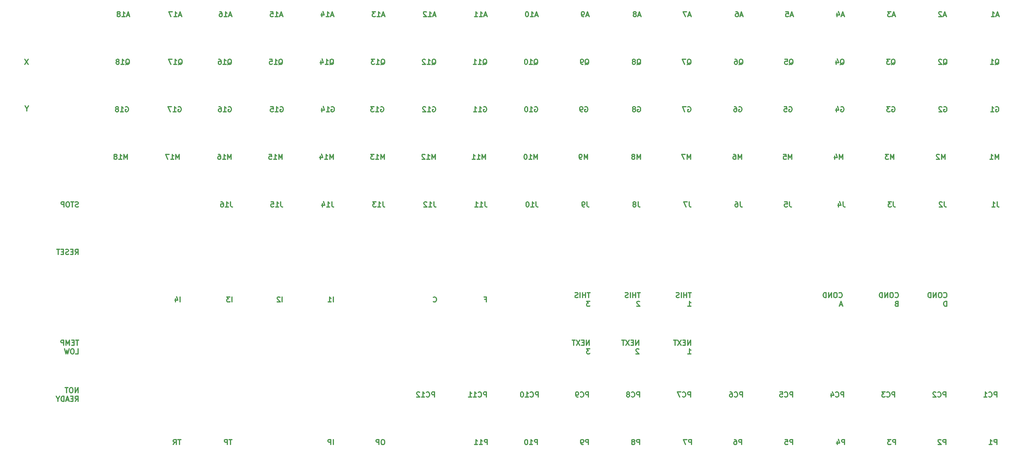
<source format=gbr>
G04 #@! TF.GenerationSoftware,KiCad,Pcbnew,(5.0.0)*
G04 #@! TF.CreationDate,2019-09-22T13:40:32+01:00*
G04 #@! TF.ProjectId,Displayv2,446973706C617976322E6B696361645F,rev?*
G04 #@! TF.SameCoordinates,Original*
G04 #@! TF.FileFunction,Legend,Bot*
G04 #@! TF.FilePolarity,Positive*
%FSLAX46Y46*%
G04 Gerber Fmt 4.6, Leading zero omitted, Abs format (unit mm)*
G04 Created by KiCad (PCBNEW (5.0.0)) date 09/22/19 13:40:32*
%MOMM*%
%LPD*%
G01*
G04 APERTURE LIST*
%ADD10C,0.300000*%
G04 APERTURE END LIST*
D10*
X164769285Y-102178571D02*
X164769285Y-103250000D01*
X164840714Y-103464285D01*
X164983571Y-103607142D01*
X165197857Y-103678571D01*
X165340714Y-103678571D01*
X163269285Y-103678571D02*
X164126428Y-103678571D01*
X163697857Y-103678571D02*
X163697857Y-102178571D01*
X163840714Y-102392857D01*
X163983571Y-102535714D01*
X164126428Y-102607142D01*
X161983571Y-102678571D02*
X161983571Y-103678571D01*
X162340714Y-102107142D02*
X162697857Y-103178571D01*
X161769285Y-103178571D01*
X149769285Y-102178571D02*
X149769285Y-103250000D01*
X149840714Y-103464285D01*
X149983571Y-103607142D01*
X150197857Y-103678571D01*
X150340714Y-103678571D01*
X148269285Y-103678571D02*
X149126428Y-103678571D01*
X148697857Y-103678571D02*
X148697857Y-102178571D01*
X148840714Y-102392857D01*
X148983571Y-102535714D01*
X149126428Y-102607142D01*
X146912142Y-102178571D02*
X147626428Y-102178571D01*
X147697857Y-102892857D01*
X147626428Y-102821428D01*
X147483571Y-102750000D01*
X147126428Y-102750000D01*
X146983571Y-102821428D01*
X146912142Y-102892857D01*
X146840714Y-103035714D01*
X146840714Y-103392857D01*
X146912142Y-103535714D01*
X146983571Y-103607142D01*
X147126428Y-103678571D01*
X147483571Y-103678571D01*
X147626428Y-103607142D01*
X147697857Y-103535714D01*
X135019285Y-102178571D02*
X135019285Y-103250000D01*
X135090714Y-103464285D01*
X135233571Y-103607142D01*
X135447857Y-103678571D01*
X135590714Y-103678571D01*
X133519285Y-103678571D02*
X134376428Y-103678571D01*
X133947857Y-103678571D02*
X133947857Y-102178571D01*
X134090714Y-102392857D01*
X134233571Y-102535714D01*
X134376428Y-102607142D01*
X132233571Y-102178571D02*
X132519285Y-102178571D01*
X132662142Y-102250000D01*
X132733571Y-102321428D01*
X132876428Y-102535714D01*
X132947857Y-102821428D01*
X132947857Y-103392857D01*
X132876428Y-103535714D01*
X132805000Y-103607142D01*
X132662142Y-103678571D01*
X132376428Y-103678571D01*
X132233571Y-103607142D01*
X132162142Y-103535714D01*
X132090714Y-103392857D01*
X132090714Y-103035714D01*
X132162142Y-102892857D01*
X132233571Y-102821428D01*
X132376428Y-102750000D01*
X132662142Y-102750000D01*
X132805000Y-102821428D01*
X132876428Y-102892857D01*
X132947857Y-103035714D01*
X179769285Y-102178571D02*
X179769285Y-103250000D01*
X179840714Y-103464285D01*
X179983571Y-103607142D01*
X180197857Y-103678571D01*
X180340714Y-103678571D01*
X178269285Y-103678571D02*
X179126428Y-103678571D01*
X178697857Y-103678571D02*
X178697857Y-102178571D01*
X178840714Y-102392857D01*
X178983571Y-102535714D01*
X179126428Y-102607142D01*
X177769285Y-102178571D02*
X176840714Y-102178571D01*
X177340714Y-102750000D01*
X177126428Y-102750000D01*
X176983571Y-102821428D01*
X176912142Y-102892857D01*
X176840714Y-103035714D01*
X176840714Y-103392857D01*
X176912142Y-103535714D01*
X176983571Y-103607142D01*
X177126428Y-103678571D01*
X177555000Y-103678571D01*
X177697857Y-103607142D01*
X177769285Y-103535714D01*
X194769285Y-102178571D02*
X194769285Y-103250000D01*
X194840714Y-103464285D01*
X194983571Y-103607142D01*
X195197857Y-103678571D01*
X195340714Y-103678571D01*
X193269285Y-103678571D02*
X194126428Y-103678571D01*
X193697857Y-103678571D02*
X193697857Y-102178571D01*
X193840714Y-102392857D01*
X193983571Y-102535714D01*
X194126428Y-102607142D01*
X192697857Y-102321428D02*
X192626428Y-102250000D01*
X192483571Y-102178571D01*
X192126428Y-102178571D01*
X191983571Y-102250000D01*
X191912142Y-102321428D01*
X191840714Y-102464285D01*
X191840714Y-102607142D01*
X191912142Y-102821428D01*
X192769285Y-103678571D01*
X191840714Y-103678571D01*
X209769285Y-102178571D02*
X209769285Y-103250000D01*
X209840714Y-103464285D01*
X209983571Y-103607142D01*
X210197857Y-103678571D01*
X210340714Y-103678571D01*
X208269285Y-103678571D02*
X209126428Y-103678571D01*
X208697857Y-103678571D02*
X208697857Y-102178571D01*
X208840714Y-102392857D01*
X208983571Y-102535714D01*
X209126428Y-102607142D01*
X206840714Y-103678571D02*
X207697857Y-103678571D01*
X207269285Y-103678571D02*
X207269285Y-102178571D01*
X207412142Y-102392857D01*
X207555000Y-102535714D01*
X207697857Y-102607142D01*
X224769285Y-102178571D02*
X224769285Y-103250000D01*
X224840714Y-103464285D01*
X224983571Y-103607142D01*
X225197857Y-103678571D01*
X225340714Y-103678571D01*
X223269285Y-103678571D02*
X224126428Y-103678571D01*
X223697857Y-103678571D02*
X223697857Y-102178571D01*
X223840714Y-102392857D01*
X223983571Y-102535714D01*
X224126428Y-102607142D01*
X222340714Y-102178571D02*
X222197857Y-102178571D01*
X222055000Y-102250000D01*
X221983571Y-102321428D01*
X221912142Y-102464285D01*
X221840714Y-102750000D01*
X221840714Y-103107142D01*
X221912142Y-103392857D01*
X221983571Y-103535714D01*
X222055000Y-103607142D01*
X222197857Y-103678571D01*
X222340714Y-103678571D01*
X222483571Y-103607142D01*
X222555000Y-103535714D01*
X222626428Y-103392857D01*
X222697857Y-103107142D01*
X222697857Y-102750000D01*
X222626428Y-102464285D01*
X222555000Y-102321428D01*
X222483571Y-102250000D01*
X222340714Y-102178571D01*
X239769285Y-102178571D02*
X239769285Y-103250000D01*
X239840714Y-103464285D01*
X239983571Y-103607142D01*
X240197857Y-103678571D01*
X240340714Y-103678571D01*
X238983571Y-103678571D02*
X238697857Y-103678571D01*
X238555000Y-103607142D01*
X238483571Y-103535714D01*
X238340714Y-103321428D01*
X238269285Y-103035714D01*
X238269285Y-102464285D01*
X238340714Y-102321428D01*
X238412142Y-102250000D01*
X238555000Y-102178571D01*
X238840714Y-102178571D01*
X238983571Y-102250000D01*
X239055000Y-102321428D01*
X239126428Y-102464285D01*
X239126428Y-102821428D01*
X239055000Y-102964285D01*
X238983571Y-103035714D01*
X238840714Y-103107142D01*
X238555000Y-103107142D01*
X238412142Y-103035714D01*
X238340714Y-102964285D01*
X238269285Y-102821428D01*
X254769285Y-102178571D02*
X254769285Y-103250000D01*
X254840714Y-103464285D01*
X254983571Y-103607142D01*
X255197857Y-103678571D01*
X255340714Y-103678571D01*
X253840714Y-102821428D02*
X253983571Y-102750000D01*
X254055000Y-102678571D01*
X254126428Y-102535714D01*
X254126428Y-102464285D01*
X254055000Y-102321428D01*
X253983571Y-102250000D01*
X253840714Y-102178571D01*
X253555000Y-102178571D01*
X253412142Y-102250000D01*
X253340714Y-102321428D01*
X253269285Y-102464285D01*
X253269285Y-102535714D01*
X253340714Y-102678571D01*
X253412142Y-102750000D01*
X253555000Y-102821428D01*
X253840714Y-102821428D01*
X253983571Y-102892857D01*
X254055000Y-102964285D01*
X254126428Y-103107142D01*
X254126428Y-103392857D01*
X254055000Y-103535714D01*
X253983571Y-103607142D01*
X253840714Y-103678571D01*
X253555000Y-103678571D01*
X253412142Y-103607142D01*
X253340714Y-103535714D01*
X253269285Y-103392857D01*
X253269285Y-103107142D01*
X253340714Y-102964285D01*
X253412142Y-102892857D01*
X253555000Y-102821428D01*
X269769285Y-102178571D02*
X269769285Y-103250000D01*
X269840714Y-103464285D01*
X269983571Y-103607142D01*
X270197857Y-103678571D01*
X270340714Y-103678571D01*
X269197857Y-102178571D02*
X268197857Y-102178571D01*
X268840714Y-103678571D01*
X284769285Y-102178571D02*
X284769285Y-103250000D01*
X284840714Y-103464285D01*
X284983571Y-103607142D01*
X285197857Y-103678571D01*
X285340714Y-103678571D01*
X283412142Y-102178571D02*
X283697857Y-102178571D01*
X283840714Y-102250000D01*
X283912142Y-102321428D01*
X284055000Y-102535714D01*
X284126428Y-102821428D01*
X284126428Y-103392857D01*
X284055000Y-103535714D01*
X283983571Y-103607142D01*
X283840714Y-103678571D01*
X283555000Y-103678571D01*
X283412142Y-103607142D01*
X283340714Y-103535714D01*
X283269285Y-103392857D01*
X283269285Y-103035714D01*
X283340714Y-102892857D01*
X283412142Y-102821428D01*
X283555000Y-102750000D01*
X283840714Y-102750000D01*
X283983571Y-102821428D01*
X284055000Y-102892857D01*
X284126428Y-103035714D01*
X299269285Y-102178571D02*
X299269285Y-103250000D01*
X299340714Y-103464285D01*
X299483571Y-103607142D01*
X299697857Y-103678571D01*
X299840714Y-103678571D01*
X297840714Y-102178571D02*
X298555000Y-102178571D01*
X298626428Y-102892857D01*
X298555000Y-102821428D01*
X298412142Y-102750000D01*
X298055000Y-102750000D01*
X297912142Y-102821428D01*
X297840714Y-102892857D01*
X297769285Y-103035714D01*
X297769285Y-103392857D01*
X297840714Y-103535714D01*
X297912142Y-103607142D01*
X298055000Y-103678571D01*
X298412142Y-103678571D01*
X298555000Y-103607142D01*
X298626428Y-103535714D01*
X315019285Y-102178571D02*
X315019285Y-103250000D01*
X315090714Y-103464285D01*
X315233571Y-103607142D01*
X315447857Y-103678571D01*
X315590714Y-103678571D01*
X313662142Y-102678571D02*
X313662142Y-103678571D01*
X314019285Y-102107142D02*
X314376428Y-103178571D01*
X313447857Y-103178571D01*
X329769285Y-102178571D02*
X329769285Y-103250000D01*
X329840714Y-103464285D01*
X329983571Y-103607142D01*
X330197857Y-103678571D01*
X330340714Y-103678571D01*
X329197857Y-102178571D02*
X328269285Y-102178571D01*
X328769285Y-102750000D01*
X328555000Y-102750000D01*
X328412142Y-102821428D01*
X328340714Y-102892857D01*
X328269285Y-103035714D01*
X328269285Y-103392857D01*
X328340714Y-103535714D01*
X328412142Y-103607142D01*
X328555000Y-103678571D01*
X328983571Y-103678571D01*
X329126428Y-103607142D01*
X329197857Y-103535714D01*
X344769285Y-102178571D02*
X344769285Y-103250000D01*
X344840714Y-103464285D01*
X344983571Y-103607142D01*
X345197857Y-103678571D01*
X345340714Y-103678571D01*
X344126428Y-102321428D02*
X344055000Y-102250000D01*
X343912142Y-102178571D01*
X343555000Y-102178571D01*
X343412142Y-102250000D01*
X343340714Y-102321428D01*
X343269285Y-102464285D01*
X343269285Y-102607142D01*
X343340714Y-102821428D01*
X344197857Y-103678571D01*
X343269285Y-103678571D01*
X195197857Y-89678571D02*
X195197857Y-88178571D01*
X194697857Y-89250000D01*
X194197857Y-88178571D01*
X194197857Y-89678571D01*
X192697857Y-89678571D02*
X193555000Y-89678571D01*
X193126428Y-89678571D02*
X193126428Y-88178571D01*
X193269285Y-88392857D01*
X193412142Y-88535714D01*
X193555000Y-88607142D01*
X192126428Y-88321428D02*
X192055000Y-88250000D01*
X191912142Y-88178571D01*
X191555000Y-88178571D01*
X191412142Y-88250000D01*
X191340714Y-88321428D01*
X191269285Y-88464285D01*
X191269285Y-88607142D01*
X191340714Y-88821428D01*
X192197857Y-89678571D01*
X191269285Y-89678571D01*
X180197857Y-89678571D02*
X180197857Y-88178571D01*
X179697857Y-89250000D01*
X179197857Y-88178571D01*
X179197857Y-89678571D01*
X177697857Y-89678571D02*
X178555000Y-89678571D01*
X178126428Y-89678571D02*
X178126428Y-88178571D01*
X178269285Y-88392857D01*
X178412142Y-88535714D01*
X178555000Y-88607142D01*
X177197857Y-88178571D02*
X176269285Y-88178571D01*
X176769285Y-88750000D01*
X176555000Y-88750000D01*
X176412142Y-88821428D01*
X176340714Y-88892857D01*
X176269285Y-89035714D01*
X176269285Y-89392857D01*
X176340714Y-89535714D01*
X176412142Y-89607142D01*
X176555000Y-89678571D01*
X176983571Y-89678571D01*
X177126428Y-89607142D01*
X177197857Y-89535714D01*
X165197857Y-89678571D02*
X165197857Y-88178571D01*
X164697857Y-89250000D01*
X164197857Y-88178571D01*
X164197857Y-89678571D01*
X162697857Y-89678571D02*
X163555000Y-89678571D01*
X163126428Y-89678571D02*
X163126428Y-88178571D01*
X163269285Y-88392857D01*
X163412142Y-88535714D01*
X163555000Y-88607142D01*
X161412142Y-88678571D02*
X161412142Y-89678571D01*
X161769285Y-88107142D02*
X162126428Y-89178571D01*
X161197857Y-89178571D01*
X150197857Y-89678571D02*
X150197857Y-88178571D01*
X149697857Y-89250000D01*
X149197857Y-88178571D01*
X149197857Y-89678571D01*
X147697857Y-89678571D02*
X148555000Y-89678571D01*
X148126428Y-89678571D02*
X148126428Y-88178571D01*
X148269285Y-88392857D01*
X148412142Y-88535714D01*
X148555000Y-88607142D01*
X146340714Y-88178571D02*
X147055000Y-88178571D01*
X147126428Y-88892857D01*
X147055000Y-88821428D01*
X146912142Y-88750000D01*
X146555000Y-88750000D01*
X146412142Y-88821428D01*
X146340714Y-88892857D01*
X146269285Y-89035714D01*
X146269285Y-89392857D01*
X146340714Y-89535714D01*
X146412142Y-89607142D01*
X146555000Y-89678571D01*
X146912142Y-89678571D01*
X147055000Y-89607142D01*
X147126428Y-89535714D01*
X135197857Y-89678571D02*
X135197857Y-88178571D01*
X134697857Y-89250000D01*
X134197857Y-88178571D01*
X134197857Y-89678571D01*
X132697857Y-89678571D02*
X133555000Y-89678571D01*
X133126428Y-89678571D02*
X133126428Y-88178571D01*
X133269285Y-88392857D01*
X133412142Y-88535714D01*
X133555000Y-88607142D01*
X131412142Y-88178571D02*
X131697857Y-88178571D01*
X131840714Y-88250000D01*
X131912142Y-88321428D01*
X132055000Y-88535714D01*
X132126428Y-88821428D01*
X132126428Y-89392857D01*
X132055000Y-89535714D01*
X131983571Y-89607142D01*
X131840714Y-89678571D01*
X131555000Y-89678571D01*
X131412142Y-89607142D01*
X131340714Y-89535714D01*
X131269285Y-89392857D01*
X131269285Y-89035714D01*
X131340714Y-88892857D01*
X131412142Y-88821428D01*
X131555000Y-88750000D01*
X131840714Y-88750000D01*
X131983571Y-88821428D01*
X132055000Y-88892857D01*
X132126428Y-89035714D01*
X119947857Y-89678571D02*
X119947857Y-88178571D01*
X119447857Y-89250000D01*
X118947857Y-88178571D01*
X118947857Y-89678571D01*
X117447857Y-89678571D02*
X118305000Y-89678571D01*
X117876428Y-89678571D02*
X117876428Y-88178571D01*
X118019285Y-88392857D01*
X118162142Y-88535714D01*
X118305000Y-88607142D01*
X116947857Y-88178571D02*
X115947857Y-88178571D01*
X116590714Y-89678571D01*
X104697857Y-89678571D02*
X104697857Y-88178571D01*
X104197857Y-89250000D01*
X103697857Y-88178571D01*
X103697857Y-89678571D01*
X102197857Y-89678571D02*
X103055000Y-89678571D01*
X102626428Y-89678571D02*
X102626428Y-88178571D01*
X102769285Y-88392857D01*
X102912142Y-88535714D01*
X103055000Y-88607142D01*
X101340714Y-88821428D02*
X101483571Y-88750000D01*
X101555000Y-88678571D01*
X101626428Y-88535714D01*
X101626428Y-88464285D01*
X101555000Y-88321428D01*
X101483571Y-88250000D01*
X101340714Y-88178571D01*
X101055000Y-88178571D01*
X100912142Y-88250000D01*
X100840714Y-88321428D01*
X100769285Y-88464285D01*
X100769285Y-88535714D01*
X100840714Y-88678571D01*
X100912142Y-88750000D01*
X101055000Y-88821428D01*
X101340714Y-88821428D01*
X101483571Y-88892857D01*
X101555000Y-88964285D01*
X101626428Y-89107142D01*
X101626428Y-89392857D01*
X101555000Y-89535714D01*
X101483571Y-89607142D01*
X101340714Y-89678571D01*
X101055000Y-89678571D01*
X100912142Y-89607142D01*
X100840714Y-89535714D01*
X100769285Y-89392857D01*
X100769285Y-89107142D01*
X100840714Y-88964285D01*
X100912142Y-88892857D01*
X101055000Y-88821428D01*
X209947857Y-89678571D02*
X209947857Y-88178571D01*
X209447857Y-89250000D01*
X208947857Y-88178571D01*
X208947857Y-89678571D01*
X207447857Y-89678571D02*
X208305000Y-89678571D01*
X207876428Y-89678571D02*
X207876428Y-88178571D01*
X208019285Y-88392857D01*
X208162142Y-88535714D01*
X208305000Y-88607142D01*
X206019285Y-89678571D02*
X206876428Y-89678571D01*
X206447857Y-89678571D02*
X206447857Y-88178571D01*
X206590714Y-88392857D01*
X206733571Y-88535714D01*
X206876428Y-88607142D01*
X225197857Y-89678571D02*
X225197857Y-88178571D01*
X224697857Y-89250000D01*
X224197857Y-88178571D01*
X224197857Y-89678571D01*
X222697857Y-89678571D02*
X223555000Y-89678571D01*
X223126428Y-89678571D02*
X223126428Y-88178571D01*
X223269285Y-88392857D01*
X223412142Y-88535714D01*
X223555000Y-88607142D01*
X221769285Y-88178571D02*
X221626428Y-88178571D01*
X221483571Y-88250000D01*
X221412142Y-88321428D01*
X221340714Y-88464285D01*
X221269285Y-88750000D01*
X221269285Y-89107142D01*
X221340714Y-89392857D01*
X221412142Y-89535714D01*
X221483571Y-89607142D01*
X221626428Y-89678571D01*
X221769285Y-89678571D01*
X221912142Y-89607142D01*
X221983571Y-89535714D01*
X222055000Y-89392857D01*
X222126428Y-89107142D01*
X222126428Y-88750000D01*
X222055000Y-88464285D01*
X221983571Y-88321428D01*
X221912142Y-88250000D01*
X221769285Y-88178571D01*
X239947857Y-89678571D02*
X239947857Y-88178571D01*
X239447857Y-89250000D01*
X238947857Y-88178571D01*
X238947857Y-89678571D01*
X238162142Y-89678571D02*
X237876428Y-89678571D01*
X237733571Y-89607142D01*
X237662142Y-89535714D01*
X237519285Y-89321428D01*
X237447857Y-89035714D01*
X237447857Y-88464285D01*
X237519285Y-88321428D01*
X237590714Y-88250000D01*
X237733571Y-88178571D01*
X238019285Y-88178571D01*
X238162142Y-88250000D01*
X238233571Y-88321428D01*
X238305000Y-88464285D01*
X238305000Y-88821428D01*
X238233571Y-88964285D01*
X238162142Y-89035714D01*
X238019285Y-89107142D01*
X237733571Y-89107142D01*
X237590714Y-89035714D01*
X237519285Y-88964285D01*
X237447857Y-88821428D01*
X255447857Y-89678571D02*
X255447857Y-88178571D01*
X254947857Y-89250000D01*
X254447857Y-88178571D01*
X254447857Y-89678571D01*
X253519285Y-88821428D02*
X253662142Y-88750000D01*
X253733571Y-88678571D01*
X253805000Y-88535714D01*
X253805000Y-88464285D01*
X253733571Y-88321428D01*
X253662142Y-88250000D01*
X253519285Y-88178571D01*
X253233571Y-88178571D01*
X253090714Y-88250000D01*
X253019285Y-88321428D01*
X252947857Y-88464285D01*
X252947857Y-88535714D01*
X253019285Y-88678571D01*
X253090714Y-88750000D01*
X253233571Y-88821428D01*
X253519285Y-88821428D01*
X253662142Y-88892857D01*
X253733571Y-88964285D01*
X253805000Y-89107142D01*
X253805000Y-89392857D01*
X253733571Y-89535714D01*
X253662142Y-89607142D01*
X253519285Y-89678571D01*
X253233571Y-89678571D01*
X253090714Y-89607142D01*
X253019285Y-89535714D01*
X252947857Y-89392857D01*
X252947857Y-89107142D01*
X253019285Y-88964285D01*
X253090714Y-88892857D01*
X253233571Y-88821428D01*
X270197857Y-89678571D02*
X270197857Y-88178571D01*
X269697857Y-89250000D01*
X269197857Y-88178571D01*
X269197857Y-89678571D01*
X268626428Y-88178571D02*
X267626428Y-88178571D01*
X268269285Y-89678571D01*
X285197857Y-89678571D02*
X285197857Y-88178571D01*
X284697857Y-89250000D01*
X284197857Y-88178571D01*
X284197857Y-89678571D01*
X282840714Y-88178571D02*
X283126428Y-88178571D01*
X283269285Y-88250000D01*
X283340714Y-88321428D01*
X283483571Y-88535714D01*
X283555000Y-88821428D01*
X283555000Y-89392857D01*
X283483571Y-89535714D01*
X283412142Y-89607142D01*
X283269285Y-89678571D01*
X282983571Y-89678571D01*
X282840714Y-89607142D01*
X282769285Y-89535714D01*
X282697857Y-89392857D01*
X282697857Y-89035714D01*
X282769285Y-88892857D01*
X282840714Y-88821428D01*
X282983571Y-88750000D01*
X283269285Y-88750000D01*
X283412142Y-88821428D01*
X283483571Y-88892857D01*
X283555000Y-89035714D01*
X299947857Y-89678571D02*
X299947857Y-88178571D01*
X299447857Y-89250000D01*
X298947857Y-88178571D01*
X298947857Y-89678571D01*
X297519285Y-88178571D02*
X298233571Y-88178571D01*
X298305000Y-88892857D01*
X298233571Y-88821428D01*
X298090714Y-88750000D01*
X297733571Y-88750000D01*
X297590714Y-88821428D01*
X297519285Y-88892857D01*
X297447857Y-89035714D01*
X297447857Y-89392857D01*
X297519285Y-89535714D01*
X297590714Y-89607142D01*
X297733571Y-89678571D01*
X298090714Y-89678571D01*
X298233571Y-89607142D01*
X298305000Y-89535714D01*
X314947857Y-89678571D02*
X314947857Y-88178571D01*
X314447857Y-89250000D01*
X313947857Y-88178571D01*
X313947857Y-89678571D01*
X312590714Y-88678571D02*
X312590714Y-89678571D01*
X312947857Y-88107142D02*
X313305000Y-89178571D01*
X312376428Y-89178571D01*
X329947857Y-89678571D02*
X329947857Y-88178571D01*
X329447857Y-89250000D01*
X328947857Y-88178571D01*
X328947857Y-89678571D01*
X328376428Y-88178571D02*
X327447857Y-88178571D01*
X327947857Y-88750000D01*
X327733571Y-88750000D01*
X327590714Y-88821428D01*
X327519285Y-88892857D01*
X327447857Y-89035714D01*
X327447857Y-89392857D01*
X327519285Y-89535714D01*
X327590714Y-89607142D01*
X327733571Y-89678571D01*
X328162142Y-89678571D01*
X328305000Y-89607142D01*
X328376428Y-89535714D01*
X344947857Y-89678571D02*
X344947857Y-88178571D01*
X344447857Y-89250000D01*
X343947857Y-88178571D01*
X343947857Y-89678571D01*
X343305000Y-88321428D02*
X343233571Y-88250000D01*
X343090714Y-88178571D01*
X342733571Y-88178571D01*
X342590714Y-88250000D01*
X342519285Y-88321428D01*
X342447857Y-88464285D01*
X342447857Y-88607142D01*
X342519285Y-88821428D01*
X343376428Y-89678571D01*
X342447857Y-89678571D01*
X104162142Y-74250000D02*
X104305000Y-74178571D01*
X104519285Y-74178571D01*
X104733571Y-74250000D01*
X104876428Y-74392857D01*
X104947857Y-74535714D01*
X105019285Y-74821428D01*
X105019285Y-75035714D01*
X104947857Y-75321428D01*
X104876428Y-75464285D01*
X104733571Y-75607142D01*
X104519285Y-75678571D01*
X104376428Y-75678571D01*
X104162142Y-75607142D01*
X104090714Y-75535714D01*
X104090714Y-75035714D01*
X104376428Y-75035714D01*
X102662142Y-75678571D02*
X103519285Y-75678571D01*
X103090714Y-75678571D02*
X103090714Y-74178571D01*
X103233571Y-74392857D01*
X103376428Y-74535714D01*
X103519285Y-74607142D01*
X101805000Y-74821428D02*
X101947857Y-74750000D01*
X102019285Y-74678571D01*
X102090714Y-74535714D01*
X102090714Y-74464285D01*
X102019285Y-74321428D01*
X101947857Y-74250000D01*
X101805000Y-74178571D01*
X101519285Y-74178571D01*
X101376428Y-74250000D01*
X101305000Y-74321428D01*
X101233571Y-74464285D01*
X101233571Y-74535714D01*
X101305000Y-74678571D01*
X101376428Y-74750000D01*
X101519285Y-74821428D01*
X101805000Y-74821428D01*
X101947857Y-74892857D01*
X102019285Y-74964285D01*
X102090714Y-75107142D01*
X102090714Y-75392857D01*
X102019285Y-75535714D01*
X101947857Y-75607142D01*
X101805000Y-75678571D01*
X101519285Y-75678571D01*
X101376428Y-75607142D01*
X101305000Y-75535714D01*
X101233571Y-75392857D01*
X101233571Y-75107142D01*
X101305000Y-74964285D01*
X101376428Y-74892857D01*
X101519285Y-74821428D01*
X119662142Y-74250000D02*
X119805000Y-74178571D01*
X120019285Y-74178571D01*
X120233571Y-74250000D01*
X120376428Y-74392857D01*
X120447857Y-74535714D01*
X120519285Y-74821428D01*
X120519285Y-75035714D01*
X120447857Y-75321428D01*
X120376428Y-75464285D01*
X120233571Y-75607142D01*
X120019285Y-75678571D01*
X119876428Y-75678571D01*
X119662142Y-75607142D01*
X119590714Y-75535714D01*
X119590714Y-75035714D01*
X119876428Y-75035714D01*
X118162142Y-75678571D02*
X119019285Y-75678571D01*
X118590714Y-75678571D02*
X118590714Y-74178571D01*
X118733571Y-74392857D01*
X118876428Y-74535714D01*
X119019285Y-74607142D01*
X117662142Y-74178571D02*
X116662142Y-74178571D01*
X117305000Y-75678571D01*
X134412142Y-74250000D02*
X134555000Y-74178571D01*
X134769285Y-74178571D01*
X134983571Y-74250000D01*
X135126428Y-74392857D01*
X135197857Y-74535714D01*
X135269285Y-74821428D01*
X135269285Y-75035714D01*
X135197857Y-75321428D01*
X135126428Y-75464285D01*
X134983571Y-75607142D01*
X134769285Y-75678571D01*
X134626428Y-75678571D01*
X134412142Y-75607142D01*
X134340714Y-75535714D01*
X134340714Y-75035714D01*
X134626428Y-75035714D01*
X132912142Y-75678571D02*
X133769285Y-75678571D01*
X133340714Y-75678571D02*
X133340714Y-74178571D01*
X133483571Y-74392857D01*
X133626428Y-74535714D01*
X133769285Y-74607142D01*
X131626428Y-74178571D02*
X131912142Y-74178571D01*
X132055000Y-74250000D01*
X132126428Y-74321428D01*
X132269285Y-74535714D01*
X132340714Y-74821428D01*
X132340714Y-75392857D01*
X132269285Y-75535714D01*
X132197857Y-75607142D01*
X132055000Y-75678571D01*
X131769285Y-75678571D01*
X131626428Y-75607142D01*
X131555000Y-75535714D01*
X131483571Y-75392857D01*
X131483571Y-75035714D01*
X131555000Y-74892857D01*
X131626428Y-74821428D01*
X131769285Y-74750000D01*
X132055000Y-74750000D01*
X132197857Y-74821428D01*
X132269285Y-74892857D01*
X132340714Y-75035714D01*
X149662142Y-74250000D02*
X149805000Y-74178571D01*
X150019285Y-74178571D01*
X150233571Y-74250000D01*
X150376428Y-74392857D01*
X150447857Y-74535714D01*
X150519285Y-74821428D01*
X150519285Y-75035714D01*
X150447857Y-75321428D01*
X150376428Y-75464285D01*
X150233571Y-75607142D01*
X150019285Y-75678571D01*
X149876428Y-75678571D01*
X149662142Y-75607142D01*
X149590714Y-75535714D01*
X149590714Y-75035714D01*
X149876428Y-75035714D01*
X148162142Y-75678571D02*
X149019285Y-75678571D01*
X148590714Y-75678571D02*
X148590714Y-74178571D01*
X148733571Y-74392857D01*
X148876428Y-74535714D01*
X149019285Y-74607142D01*
X146805000Y-74178571D02*
X147519285Y-74178571D01*
X147590714Y-74892857D01*
X147519285Y-74821428D01*
X147376428Y-74750000D01*
X147019285Y-74750000D01*
X146876428Y-74821428D01*
X146805000Y-74892857D01*
X146733571Y-75035714D01*
X146733571Y-75392857D01*
X146805000Y-75535714D01*
X146876428Y-75607142D01*
X147019285Y-75678571D01*
X147376428Y-75678571D01*
X147519285Y-75607142D01*
X147590714Y-75535714D01*
X164662142Y-74250000D02*
X164805000Y-74178571D01*
X165019285Y-74178571D01*
X165233571Y-74250000D01*
X165376428Y-74392857D01*
X165447857Y-74535714D01*
X165519285Y-74821428D01*
X165519285Y-75035714D01*
X165447857Y-75321428D01*
X165376428Y-75464285D01*
X165233571Y-75607142D01*
X165019285Y-75678571D01*
X164876428Y-75678571D01*
X164662142Y-75607142D01*
X164590714Y-75535714D01*
X164590714Y-75035714D01*
X164876428Y-75035714D01*
X163162142Y-75678571D02*
X164019285Y-75678571D01*
X163590714Y-75678571D02*
X163590714Y-74178571D01*
X163733571Y-74392857D01*
X163876428Y-74535714D01*
X164019285Y-74607142D01*
X161876428Y-74678571D02*
X161876428Y-75678571D01*
X162233571Y-74107142D02*
X162590714Y-75178571D01*
X161662142Y-75178571D01*
X179162142Y-74250000D02*
X179305000Y-74178571D01*
X179519285Y-74178571D01*
X179733571Y-74250000D01*
X179876428Y-74392857D01*
X179947857Y-74535714D01*
X180019285Y-74821428D01*
X180019285Y-75035714D01*
X179947857Y-75321428D01*
X179876428Y-75464285D01*
X179733571Y-75607142D01*
X179519285Y-75678571D01*
X179376428Y-75678571D01*
X179162142Y-75607142D01*
X179090714Y-75535714D01*
X179090714Y-75035714D01*
X179376428Y-75035714D01*
X177662142Y-75678571D02*
X178519285Y-75678571D01*
X178090714Y-75678571D02*
X178090714Y-74178571D01*
X178233571Y-74392857D01*
X178376428Y-74535714D01*
X178519285Y-74607142D01*
X177162142Y-74178571D02*
X176233571Y-74178571D01*
X176733571Y-74750000D01*
X176519285Y-74750000D01*
X176376428Y-74821428D01*
X176305000Y-74892857D01*
X176233571Y-75035714D01*
X176233571Y-75392857D01*
X176305000Y-75535714D01*
X176376428Y-75607142D01*
X176519285Y-75678571D01*
X176947857Y-75678571D01*
X177090714Y-75607142D01*
X177162142Y-75535714D01*
X194412142Y-74250000D02*
X194555000Y-74178571D01*
X194769285Y-74178571D01*
X194983571Y-74250000D01*
X195126428Y-74392857D01*
X195197857Y-74535714D01*
X195269285Y-74821428D01*
X195269285Y-75035714D01*
X195197857Y-75321428D01*
X195126428Y-75464285D01*
X194983571Y-75607142D01*
X194769285Y-75678571D01*
X194626428Y-75678571D01*
X194412142Y-75607142D01*
X194340714Y-75535714D01*
X194340714Y-75035714D01*
X194626428Y-75035714D01*
X192912142Y-75678571D02*
X193769285Y-75678571D01*
X193340714Y-75678571D02*
X193340714Y-74178571D01*
X193483571Y-74392857D01*
X193626428Y-74535714D01*
X193769285Y-74607142D01*
X192340714Y-74321428D02*
X192269285Y-74250000D01*
X192126428Y-74178571D01*
X191769285Y-74178571D01*
X191626428Y-74250000D01*
X191555000Y-74321428D01*
X191483571Y-74464285D01*
X191483571Y-74607142D01*
X191555000Y-74821428D01*
X192412142Y-75678571D01*
X191483571Y-75678571D01*
X209412142Y-74250000D02*
X209555000Y-74178571D01*
X209769285Y-74178571D01*
X209983571Y-74250000D01*
X210126428Y-74392857D01*
X210197857Y-74535714D01*
X210269285Y-74821428D01*
X210269285Y-75035714D01*
X210197857Y-75321428D01*
X210126428Y-75464285D01*
X209983571Y-75607142D01*
X209769285Y-75678571D01*
X209626428Y-75678571D01*
X209412142Y-75607142D01*
X209340714Y-75535714D01*
X209340714Y-75035714D01*
X209626428Y-75035714D01*
X207912142Y-75678571D02*
X208769285Y-75678571D01*
X208340714Y-75678571D02*
X208340714Y-74178571D01*
X208483571Y-74392857D01*
X208626428Y-74535714D01*
X208769285Y-74607142D01*
X206483571Y-75678571D02*
X207340714Y-75678571D01*
X206912142Y-75678571D02*
X206912142Y-74178571D01*
X207055000Y-74392857D01*
X207197857Y-74535714D01*
X207340714Y-74607142D01*
X224412142Y-74250000D02*
X224555000Y-74178571D01*
X224769285Y-74178571D01*
X224983571Y-74250000D01*
X225126428Y-74392857D01*
X225197857Y-74535714D01*
X225269285Y-74821428D01*
X225269285Y-75035714D01*
X225197857Y-75321428D01*
X225126428Y-75464285D01*
X224983571Y-75607142D01*
X224769285Y-75678571D01*
X224626428Y-75678571D01*
X224412142Y-75607142D01*
X224340714Y-75535714D01*
X224340714Y-75035714D01*
X224626428Y-75035714D01*
X222912142Y-75678571D02*
X223769285Y-75678571D01*
X223340714Y-75678571D02*
X223340714Y-74178571D01*
X223483571Y-74392857D01*
X223626428Y-74535714D01*
X223769285Y-74607142D01*
X221983571Y-74178571D02*
X221840714Y-74178571D01*
X221697857Y-74250000D01*
X221626428Y-74321428D01*
X221555000Y-74464285D01*
X221483571Y-74750000D01*
X221483571Y-75107142D01*
X221555000Y-75392857D01*
X221626428Y-75535714D01*
X221697857Y-75607142D01*
X221840714Y-75678571D01*
X221983571Y-75678571D01*
X222126428Y-75607142D01*
X222197857Y-75535714D01*
X222269285Y-75392857D01*
X222340714Y-75107142D01*
X222340714Y-74750000D01*
X222269285Y-74464285D01*
X222197857Y-74321428D01*
X222126428Y-74250000D01*
X221983571Y-74178571D01*
X210447857Y-173678571D02*
X210447857Y-172178571D01*
X209876428Y-172178571D01*
X209733571Y-172250000D01*
X209662142Y-172321428D01*
X209590714Y-172464285D01*
X209590714Y-172678571D01*
X209662142Y-172821428D01*
X209733571Y-172892857D01*
X209876428Y-172964285D01*
X210447857Y-172964285D01*
X208162142Y-173678571D02*
X209019285Y-173678571D01*
X208590714Y-173678571D02*
X208590714Y-172178571D01*
X208733571Y-172392857D01*
X208876428Y-172535714D01*
X209019285Y-172607142D01*
X206733571Y-173678571D02*
X207590714Y-173678571D01*
X207162142Y-173678571D02*
X207162142Y-172178571D01*
X207305000Y-172392857D01*
X207447857Y-172535714D01*
X207590714Y-172607142D01*
X225197857Y-173678571D02*
X225197857Y-172178571D01*
X224626428Y-172178571D01*
X224483571Y-172250000D01*
X224412142Y-172321428D01*
X224340714Y-172464285D01*
X224340714Y-172678571D01*
X224412142Y-172821428D01*
X224483571Y-172892857D01*
X224626428Y-172964285D01*
X225197857Y-172964285D01*
X222912142Y-173678571D02*
X223769285Y-173678571D01*
X223340714Y-173678571D02*
X223340714Y-172178571D01*
X223483571Y-172392857D01*
X223626428Y-172535714D01*
X223769285Y-172607142D01*
X221983571Y-172178571D02*
X221840714Y-172178571D01*
X221697857Y-172250000D01*
X221626428Y-172321428D01*
X221555000Y-172464285D01*
X221483571Y-172750000D01*
X221483571Y-173107142D01*
X221555000Y-173392857D01*
X221626428Y-173535714D01*
X221697857Y-173607142D01*
X221840714Y-173678571D01*
X221983571Y-173678571D01*
X222126428Y-173607142D01*
X222197857Y-173535714D01*
X222269285Y-173392857D01*
X222340714Y-173107142D01*
X222340714Y-172750000D01*
X222269285Y-172464285D01*
X222197857Y-172321428D01*
X222126428Y-172250000D01*
X221983571Y-172178571D01*
X240197857Y-173678571D02*
X240197857Y-172178571D01*
X239626428Y-172178571D01*
X239483571Y-172250000D01*
X239412142Y-172321428D01*
X239340714Y-172464285D01*
X239340714Y-172678571D01*
X239412142Y-172821428D01*
X239483571Y-172892857D01*
X239626428Y-172964285D01*
X240197857Y-172964285D01*
X238626428Y-173678571D02*
X238340714Y-173678571D01*
X238197857Y-173607142D01*
X238126428Y-173535714D01*
X237983571Y-173321428D01*
X237912142Y-173035714D01*
X237912142Y-172464285D01*
X237983571Y-172321428D01*
X238055000Y-172250000D01*
X238197857Y-172178571D01*
X238483571Y-172178571D01*
X238626428Y-172250000D01*
X238697857Y-172321428D01*
X238769285Y-172464285D01*
X238769285Y-172821428D01*
X238697857Y-172964285D01*
X238626428Y-173035714D01*
X238483571Y-173107142D01*
X238197857Y-173107142D01*
X238055000Y-173035714D01*
X237983571Y-172964285D01*
X237912142Y-172821428D01*
X255197857Y-173678571D02*
X255197857Y-172178571D01*
X254626428Y-172178571D01*
X254483571Y-172250000D01*
X254412142Y-172321428D01*
X254340714Y-172464285D01*
X254340714Y-172678571D01*
X254412142Y-172821428D01*
X254483571Y-172892857D01*
X254626428Y-172964285D01*
X255197857Y-172964285D01*
X253483571Y-172821428D02*
X253626428Y-172750000D01*
X253697857Y-172678571D01*
X253769285Y-172535714D01*
X253769285Y-172464285D01*
X253697857Y-172321428D01*
X253626428Y-172250000D01*
X253483571Y-172178571D01*
X253197857Y-172178571D01*
X253055000Y-172250000D01*
X252983571Y-172321428D01*
X252912142Y-172464285D01*
X252912142Y-172535714D01*
X252983571Y-172678571D01*
X253055000Y-172750000D01*
X253197857Y-172821428D01*
X253483571Y-172821428D01*
X253626428Y-172892857D01*
X253697857Y-172964285D01*
X253769285Y-173107142D01*
X253769285Y-173392857D01*
X253697857Y-173535714D01*
X253626428Y-173607142D01*
X253483571Y-173678571D01*
X253197857Y-173678571D01*
X253055000Y-173607142D01*
X252983571Y-173535714D01*
X252912142Y-173392857D01*
X252912142Y-173107142D01*
X252983571Y-172964285D01*
X253055000Y-172892857D01*
X253197857Y-172821428D01*
X270447857Y-173678571D02*
X270447857Y-172178571D01*
X269876428Y-172178571D01*
X269733571Y-172250000D01*
X269662142Y-172321428D01*
X269590714Y-172464285D01*
X269590714Y-172678571D01*
X269662142Y-172821428D01*
X269733571Y-172892857D01*
X269876428Y-172964285D01*
X270447857Y-172964285D01*
X269090714Y-172178571D02*
X268090714Y-172178571D01*
X268733571Y-173678571D01*
X285197857Y-173678571D02*
X285197857Y-172178571D01*
X284626428Y-172178571D01*
X284483571Y-172250000D01*
X284412142Y-172321428D01*
X284340714Y-172464285D01*
X284340714Y-172678571D01*
X284412142Y-172821428D01*
X284483571Y-172892857D01*
X284626428Y-172964285D01*
X285197857Y-172964285D01*
X283055000Y-172178571D02*
X283340714Y-172178571D01*
X283483571Y-172250000D01*
X283555000Y-172321428D01*
X283697857Y-172535714D01*
X283769285Y-172821428D01*
X283769285Y-173392857D01*
X283697857Y-173535714D01*
X283626428Y-173607142D01*
X283483571Y-173678571D01*
X283197857Y-173678571D01*
X283055000Y-173607142D01*
X282983571Y-173535714D01*
X282912142Y-173392857D01*
X282912142Y-173035714D01*
X282983571Y-172892857D01*
X283055000Y-172821428D01*
X283197857Y-172750000D01*
X283483571Y-172750000D01*
X283626428Y-172821428D01*
X283697857Y-172892857D01*
X283769285Y-173035714D01*
X300197857Y-173678571D02*
X300197857Y-172178571D01*
X299626428Y-172178571D01*
X299483571Y-172250000D01*
X299412142Y-172321428D01*
X299340714Y-172464285D01*
X299340714Y-172678571D01*
X299412142Y-172821428D01*
X299483571Y-172892857D01*
X299626428Y-172964285D01*
X300197857Y-172964285D01*
X297983571Y-172178571D02*
X298697857Y-172178571D01*
X298769285Y-172892857D01*
X298697857Y-172821428D01*
X298555000Y-172750000D01*
X298197857Y-172750000D01*
X298055000Y-172821428D01*
X297983571Y-172892857D01*
X297912142Y-173035714D01*
X297912142Y-173392857D01*
X297983571Y-173535714D01*
X298055000Y-173607142D01*
X298197857Y-173678571D01*
X298555000Y-173678571D01*
X298697857Y-173607142D01*
X298769285Y-173535714D01*
X315447857Y-173678571D02*
X315447857Y-172178571D01*
X314876428Y-172178571D01*
X314733571Y-172250000D01*
X314662142Y-172321428D01*
X314590714Y-172464285D01*
X314590714Y-172678571D01*
X314662142Y-172821428D01*
X314733571Y-172892857D01*
X314876428Y-172964285D01*
X315447857Y-172964285D01*
X313305000Y-172678571D02*
X313305000Y-173678571D01*
X313662142Y-172107142D02*
X314019285Y-173178571D01*
X313090714Y-173178571D01*
X330447857Y-173678571D02*
X330447857Y-172178571D01*
X329876428Y-172178571D01*
X329733571Y-172250000D01*
X329662142Y-172321428D01*
X329590714Y-172464285D01*
X329590714Y-172678571D01*
X329662142Y-172821428D01*
X329733571Y-172892857D01*
X329876428Y-172964285D01*
X330447857Y-172964285D01*
X329090714Y-172178571D02*
X328162142Y-172178571D01*
X328662142Y-172750000D01*
X328447857Y-172750000D01*
X328305000Y-172821428D01*
X328233571Y-172892857D01*
X328162142Y-173035714D01*
X328162142Y-173392857D01*
X328233571Y-173535714D01*
X328305000Y-173607142D01*
X328447857Y-173678571D01*
X328876428Y-173678571D01*
X329019285Y-173607142D01*
X329090714Y-173535714D01*
X345197857Y-173678571D02*
X345197857Y-172178571D01*
X344626428Y-172178571D01*
X344483571Y-172250000D01*
X344412142Y-172321428D01*
X344340714Y-172464285D01*
X344340714Y-172678571D01*
X344412142Y-172821428D01*
X344483571Y-172892857D01*
X344626428Y-172964285D01*
X345197857Y-172964285D01*
X343769285Y-172321428D02*
X343697857Y-172250000D01*
X343555000Y-172178571D01*
X343197857Y-172178571D01*
X343055000Y-172250000D01*
X342983571Y-172321428D01*
X342912142Y-172464285D01*
X342912142Y-172607142D01*
X342983571Y-172821428D01*
X343840714Y-173678571D01*
X342912142Y-173678571D01*
X360197857Y-173678571D02*
X360197857Y-172178571D01*
X359626428Y-172178571D01*
X359483571Y-172250000D01*
X359412142Y-172321428D01*
X359340714Y-172464285D01*
X359340714Y-172678571D01*
X359412142Y-172821428D01*
X359483571Y-172892857D01*
X359626428Y-172964285D01*
X360197857Y-172964285D01*
X357912142Y-173678571D02*
X358769285Y-173678571D01*
X358340714Y-173678571D02*
X358340714Y-172178571D01*
X358483571Y-172392857D01*
X358626428Y-172535714D01*
X358769285Y-172607142D01*
X194947857Y-159678571D02*
X194947857Y-158178571D01*
X194376428Y-158178571D01*
X194233571Y-158250000D01*
X194162142Y-158321428D01*
X194090714Y-158464285D01*
X194090714Y-158678571D01*
X194162142Y-158821428D01*
X194233571Y-158892857D01*
X194376428Y-158964285D01*
X194947857Y-158964285D01*
X192590714Y-159535714D02*
X192662142Y-159607142D01*
X192876428Y-159678571D01*
X193019285Y-159678571D01*
X193233571Y-159607142D01*
X193376428Y-159464285D01*
X193447857Y-159321428D01*
X193519285Y-159035714D01*
X193519285Y-158821428D01*
X193447857Y-158535714D01*
X193376428Y-158392857D01*
X193233571Y-158250000D01*
X193019285Y-158178571D01*
X192876428Y-158178571D01*
X192662142Y-158250000D01*
X192590714Y-158321428D01*
X191162142Y-159678571D02*
X192019285Y-159678571D01*
X191590714Y-159678571D02*
X191590714Y-158178571D01*
X191733571Y-158392857D01*
X191876428Y-158535714D01*
X192019285Y-158607142D01*
X190590714Y-158321428D02*
X190519285Y-158250000D01*
X190376428Y-158178571D01*
X190019285Y-158178571D01*
X189876428Y-158250000D01*
X189805000Y-158321428D01*
X189733571Y-158464285D01*
X189733571Y-158607142D01*
X189805000Y-158821428D01*
X190662142Y-159678571D01*
X189733571Y-159678571D01*
X210197857Y-159678571D02*
X210197857Y-158178571D01*
X209626428Y-158178571D01*
X209483571Y-158250000D01*
X209412142Y-158321428D01*
X209340714Y-158464285D01*
X209340714Y-158678571D01*
X209412142Y-158821428D01*
X209483571Y-158892857D01*
X209626428Y-158964285D01*
X210197857Y-158964285D01*
X207840714Y-159535714D02*
X207912142Y-159607142D01*
X208126428Y-159678571D01*
X208269285Y-159678571D01*
X208483571Y-159607142D01*
X208626428Y-159464285D01*
X208697857Y-159321428D01*
X208769285Y-159035714D01*
X208769285Y-158821428D01*
X208697857Y-158535714D01*
X208626428Y-158392857D01*
X208483571Y-158250000D01*
X208269285Y-158178571D01*
X208126428Y-158178571D01*
X207912142Y-158250000D01*
X207840714Y-158321428D01*
X206412142Y-159678571D02*
X207269285Y-159678571D01*
X206840714Y-159678571D02*
X206840714Y-158178571D01*
X206983571Y-158392857D01*
X207126428Y-158535714D01*
X207269285Y-158607142D01*
X204983571Y-159678571D02*
X205840714Y-159678571D01*
X205412142Y-159678571D02*
X205412142Y-158178571D01*
X205555000Y-158392857D01*
X205697857Y-158535714D01*
X205840714Y-158607142D01*
X225447857Y-159678571D02*
X225447857Y-158178571D01*
X224876428Y-158178571D01*
X224733571Y-158250000D01*
X224662142Y-158321428D01*
X224590714Y-158464285D01*
X224590714Y-158678571D01*
X224662142Y-158821428D01*
X224733571Y-158892857D01*
X224876428Y-158964285D01*
X225447857Y-158964285D01*
X223090714Y-159535714D02*
X223162142Y-159607142D01*
X223376428Y-159678571D01*
X223519285Y-159678571D01*
X223733571Y-159607142D01*
X223876428Y-159464285D01*
X223947857Y-159321428D01*
X224019285Y-159035714D01*
X224019285Y-158821428D01*
X223947857Y-158535714D01*
X223876428Y-158392857D01*
X223733571Y-158250000D01*
X223519285Y-158178571D01*
X223376428Y-158178571D01*
X223162142Y-158250000D01*
X223090714Y-158321428D01*
X221662142Y-159678571D02*
X222519285Y-159678571D01*
X222090714Y-159678571D02*
X222090714Y-158178571D01*
X222233571Y-158392857D01*
X222376428Y-158535714D01*
X222519285Y-158607142D01*
X220733571Y-158178571D02*
X220590714Y-158178571D01*
X220447857Y-158250000D01*
X220376428Y-158321428D01*
X220305000Y-158464285D01*
X220233571Y-158750000D01*
X220233571Y-159107142D01*
X220305000Y-159392857D01*
X220376428Y-159535714D01*
X220447857Y-159607142D01*
X220590714Y-159678571D01*
X220733571Y-159678571D01*
X220876428Y-159607142D01*
X220947857Y-159535714D01*
X221019285Y-159392857D01*
X221090714Y-159107142D01*
X221090714Y-158750000D01*
X221019285Y-158464285D01*
X220947857Y-158321428D01*
X220876428Y-158250000D01*
X220733571Y-158178571D01*
X240197857Y-159678571D02*
X240197857Y-158178571D01*
X239626428Y-158178571D01*
X239483571Y-158250000D01*
X239412142Y-158321428D01*
X239340714Y-158464285D01*
X239340714Y-158678571D01*
X239412142Y-158821428D01*
X239483571Y-158892857D01*
X239626428Y-158964285D01*
X240197857Y-158964285D01*
X237840714Y-159535714D02*
X237912142Y-159607142D01*
X238126428Y-159678571D01*
X238269285Y-159678571D01*
X238483571Y-159607142D01*
X238626428Y-159464285D01*
X238697857Y-159321428D01*
X238769285Y-159035714D01*
X238769285Y-158821428D01*
X238697857Y-158535714D01*
X238626428Y-158392857D01*
X238483571Y-158250000D01*
X238269285Y-158178571D01*
X238126428Y-158178571D01*
X237912142Y-158250000D01*
X237840714Y-158321428D01*
X237126428Y-159678571D02*
X236840714Y-159678571D01*
X236697857Y-159607142D01*
X236626428Y-159535714D01*
X236483571Y-159321428D01*
X236412142Y-159035714D01*
X236412142Y-158464285D01*
X236483571Y-158321428D01*
X236555000Y-158250000D01*
X236697857Y-158178571D01*
X236983571Y-158178571D01*
X237126428Y-158250000D01*
X237197857Y-158321428D01*
X237269285Y-158464285D01*
X237269285Y-158821428D01*
X237197857Y-158964285D01*
X237126428Y-159035714D01*
X236983571Y-159107142D01*
X236697857Y-159107142D01*
X236555000Y-159035714D01*
X236483571Y-158964285D01*
X236412142Y-158821428D01*
X255197857Y-159678571D02*
X255197857Y-158178571D01*
X254626428Y-158178571D01*
X254483571Y-158250000D01*
X254412142Y-158321428D01*
X254340714Y-158464285D01*
X254340714Y-158678571D01*
X254412142Y-158821428D01*
X254483571Y-158892857D01*
X254626428Y-158964285D01*
X255197857Y-158964285D01*
X252840714Y-159535714D02*
X252912142Y-159607142D01*
X253126428Y-159678571D01*
X253269285Y-159678571D01*
X253483571Y-159607142D01*
X253626428Y-159464285D01*
X253697857Y-159321428D01*
X253769285Y-159035714D01*
X253769285Y-158821428D01*
X253697857Y-158535714D01*
X253626428Y-158392857D01*
X253483571Y-158250000D01*
X253269285Y-158178571D01*
X253126428Y-158178571D01*
X252912142Y-158250000D01*
X252840714Y-158321428D01*
X251983571Y-158821428D02*
X252126428Y-158750000D01*
X252197857Y-158678571D01*
X252269285Y-158535714D01*
X252269285Y-158464285D01*
X252197857Y-158321428D01*
X252126428Y-158250000D01*
X251983571Y-158178571D01*
X251697857Y-158178571D01*
X251555000Y-158250000D01*
X251483571Y-158321428D01*
X251412142Y-158464285D01*
X251412142Y-158535714D01*
X251483571Y-158678571D01*
X251555000Y-158750000D01*
X251697857Y-158821428D01*
X251983571Y-158821428D01*
X252126428Y-158892857D01*
X252197857Y-158964285D01*
X252269285Y-159107142D01*
X252269285Y-159392857D01*
X252197857Y-159535714D01*
X252126428Y-159607142D01*
X251983571Y-159678571D01*
X251697857Y-159678571D01*
X251555000Y-159607142D01*
X251483571Y-159535714D01*
X251412142Y-159392857D01*
X251412142Y-159107142D01*
X251483571Y-158964285D01*
X251555000Y-158892857D01*
X251697857Y-158821428D01*
X270197857Y-159678571D02*
X270197857Y-158178571D01*
X269626428Y-158178571D01*
X269483571Y-158250000D01*
X269412142Y-158321428D01*
X269340714Y-158464285D01*
X269340714Y-158678571D01*
X269412142Y-158821428D01*
X269483571Y-158892857D01*
X269626428Y-158964285D01*
X270197857Y-158964285D01*
X267840714Y-159535714D02*
X267912142Y-159607142D01*
X268126428Y-159678571D01*
X268269285Y-159678571D01*
X268483571Y-159607142D01*
X268626428Y-159464285D01*
X268697857Y-159321428D01*
X268769285Y-159035714D01*
X268769285Y-158821428D01*
X268697857Y-158535714D01*
X268626428Y-158392857D01*
X268483571Y-158250000D01*
X268269285Y-158178571D01*
X268126428Y-158178571D01*
X267912142Y-158250000D01*
X267840714Y-158321428D01*
X267340714Y-158178571D02*
X266340714Y-158178571D01*
X266983571Y-159678571D01*
X285447857Y-159678571D02*
X285447857Y-158178571D01*
X284876428Y-158178571D01*
X284733571Y-158250000D01*
X284662142Y-158321428D01*
X284590714Y-158464285D01*
X284590714Y-158678571D01*
X284662142Y-158821428D01*
X284733571Y-158892857D01*
X284876428Y-158964285D01*
X285447857Y-158964285D01*
X283090714Y-159535714D02*
X283162142Y-159607142D01*
X283376428Y-159678571D01*
X283519285Y-159678571D01*
X283733571Y-159607142D01*
X283876428Y-159464285D01*
X283947857Y-159321428D01*
X284019285Y-159035714D01*
X284019285Y-158821428D01*
X283947857Y-158535714D01*
X283876428Y-158392857D01*
X283733571Y-158250000D01*
X283519285Y-158178571D01*
X283376428Y-158178571D01*
X283162142Y-158250000D01*
X283090714Y-158321428D01*
X281805000Y-158178571D02*
X282090714Y-158178571D01*
X282233571Y-158250000D01*
X282305000Y-158321428D01*
X282447857Y-158535714D01*
X282519285Y-158821428D01*
X282519285Y-159392857D01*
X282447857Y-159535714D01*
X282376428Y-159607142D01*
X282233571Y-159678571D01*
X281947857Y-159678571D01*
X281805000Y-159607142D01*
X281733571Y-159535714D01*
X281662142Y-159392857D01*
X281662142Y-159035714D01*
X281733571Y-158892857D01*
X281805000Y-158821428D01*
X281947857Y-158750000D01*
X282233571Y-158750000D01*
X282376428Y-158821428D01*
X282447857Y-158892857D01*
X282519285Y-159035714D01*
X300197857Y-159678571D02*
X300197857Y-158178571D01*
X299626428Y-158178571D01*
X299483571Y-158250000D01*
X299412142Y-158321428D01*
X299340714Y-158464285D01*
X299340714Y-158678571D01*
X299412142Y-158821428D01*
X299483571Y-158892857D01*
X299626428Y-158964285D01*
X300197857Y-158964285D01*
X297840714Y-159535714D02*
X297912142Y-159607142D01*
X298126428Y-159678571D01*
X298269285Y-159678571D01*
X298483571Y-159607142D01*
X298626428Y-159464285D01*
X298697857Y-159321428D01*
X298769285Y-159035714D01*
X298769285Y-158821428D01*
X298697857Y-158535714D01*
X298626428Y-158392857D01*
X298483571Y-158250000D01*
X298269285Y-158178571D01*
X298126428Y-158178571D01*
X297912142Y-158250000D01*
X297840714Y-158321428D01*
X296483571Y-158178571D02*
X297197857Y-158178571D01*
X297269285Y-158892857D01*
X297197857Y-158821428D01*
X297055000Y-158750000D01*
X296697857Y-158750000D01*
X296555000Y-158821428D01*
X296483571Y-158892857D01*
X296412142Y-159035714D01*
X296412142Y-159392857D01*
X296483571Y-159535714D01*
X296555000Y-159607142D01*
X296697857Y-159678571D01*
X297055000Y-159678571D01*
X297197857Y-159607142D01*
X297269285Y-159535714D01*
X315197857Y-159678571D02*
X315197857Y-158178571D01*
X314626428Y-158178571D01*
X314483571Y-158250000D01*
X314412142Y-158321428D01*
X314340714Y-158464285D01*
X314340714Y-158678571D01*
X314412142Y-158821428D01*
X314483571Y-158892857D01*
X314626428Y-158964285D01*
X315197857Y-158964285D01*
X312840714Y-159535714D02*
X312912142Y-159607142D01*
X313126428Y-159678571D01*
X313269285Y-159678571D01*
X313483571Y-159607142D01*
X313626428Y-159464285D01*
X313697857Y-159321428D01*
X313769285Y-159035714D01*
X313769285Y-158821428D01*
X313697857Y-158535714D01*
X313626428Y-158392857D01*
X313483571Y-158250000D01*
X313269285Y-158178571D01*
X313126428Y-158178571D01*
X312912142Y-158250000D01*
X312840714Y-158321428D01*
X311555000Y-158678571D02*
X311555000Y-159678571D01*
X311912142Y-158107142D02*
X312269285Y-159178571D01*
X311340714Y-159178571D01*
X330197857Y-159678571D02*
X330197857Y-158178571D01*
X329626428Y-158178571D01*
X329483571Y-158250000D01*
X329412142Y-158321428D01*
X329340714Y-158464285D01*
X329340714Y-158678571D01*
X329412142Y-158821428D01*
X329483571Y-158892857D01*
X329626428Y-158964285D01*
X330197857Y-158964285D01*
X327840714Y-159535714D02*
X327912142Y-159607142D01*
X328126428Y-159678571D01*
X328269285Y-159678571D01*
X328483571Y-159607142D01*
X328626428Y-159464285D01*
X328697857Y-159321428D01*
X328769285Y-159035714D01*
X328769285Y-158821428D01*
X328697857Y-158535714D01*
X328626428Y-158392857D01*
X328483571Y-158250000D01*
X328269285Y-158178571D01*
X328126428Y-158178571D01*
X327912142Y-158250000D01*
X327840714Y-158321428D01*
X327340714Y-158178571D02*
X326412142Y-158178571D01*
X326912142Y-158750000D01*
X326697857Y-158750000D01*
X326555000Y-158821428D01*
X326483571Y-158892857D01*
X326412142Y-159035714D01*
X326412142Y-159392857D01*
X326483571Y-159535714D01*
X326555000Y-159607142D01*
X326697857Y-159678571D01*
X327126428Y-159678571D01*
X327269285Y-159607142D01*
X327340714Y-159535714D01*
X345197857Y-159678571D02*
X345197857Y-158178571D01*
X344626428Y-158178571D01*
X344483571Y-158250000D01*
X344412142Y-158321428D01*
X344340714Y-158464285D01*
X344340714Y-158678571D01*
X344412142Y-158821428D01*
X344483571Y-158892857D01*
X344626428Y-158964285D01*
X345197857Y-158964285D01*
X342840714Y-159535714D02*
X342912142Y-159607142D01*
X343126428Y-159678571D01*
X343269285Y-159678571D01*
X343483571Y-159607142D01*
X343626428Y-159464285D01*
X343697857Y-159321428D01*
X343769285Y-159035714D01*
X343769285Y-158821428D01*
X343697857Y-158535714D01*
X343626428Y-158392857D01*
X343483571Y-158250000D01*
X343269285Y-158178571D01*
X343126428Y-158178571D01*
X342912142Y-158250000D01*
X342840714Y-158321428D01*
X342269285Y-158321428D02*
X342197857Y-158250000D01*
X342055000Y-158178571D01*
X341697857Y-158178571D01*
X341555000Y-158250000D01*
X341483571Y-158321428D01*
X341412142Y-158464285D01*
X341412142Y-158607142D01*
X341483571Y-158821428D01*
X342340714Y-159678571D01*
X341412142Y-159678571D01*
X360197857Y-159678571D02*
X360197857Y-158178571D01*
X359626428Y-158178571D01*
X359483571Y-158250000D01*
X359412142Y-158321428D01*
X359340714Y-158464285D01*
X359340714Y-158678571D01*
X359412142Y-158821428D01*
X359483571Y-158892857D01*
X359626428Y-158964285D01*
X360197857Y-158964285D01*
X357840714Y-159535714D02*
X357912142Y-159607142D01*
X358126428Y-159678571D01*
X358269285Y-159678571D01*
X358483571Y-159607142D01*
X358626428Y-159464285D01*
X358697857Y-159321428D01*
X358769285Y-159035714D01*
X358769285Y-158821428D01*
X358697857Y-158535714D01*
X358626428Y-158392857D01*
X358483571Y-158250000D01*
X358269285Y-158178571D01*
X358126428Y-158178571D01*
X357912142Y-158250000D01*
X357840714Y-158321428D01*
X356412142Y-159678571D02*
X357269285Y-159678571D01*
X356840714Y-159678571D02*
X356840714Y-158178571D01*
X356983571Y-158392857D01*
X357126428Y-158535714D01*
X357269285Y-158607142D01*
X179912142Y-172178571D02*
X179626428Y-172178571D01*
X179483571Y-172250000D01*
X179340714Y-172392857D01*
X179269285Y-172678571D01*
X179269285Y-173178571D01*
X179340714Y-173464285D01*
X179483571Y-173607142D01*
X179626428Y-173678571D01*
X179912142Y-173678571D01*
X180055000Y-173607142D01*
X180197857Y-173464285D01*
X180269285Y-173178571D01*
X180269285Y-172678571D01*
X180197857Y-172392857D01*
X180055000Y-172250000D01*
X179912142Y-172178571D01*
X178626428Y-173678571D02*
X178626428Y-172178571D01*
X178055000Y-172178571D01*
X177912142Y-172250000D01*
X177840714Y-172321428D01*
X177769285Y-172464285D01*
X177769285Y-172678571D01*
X177840714Y-172821428D01*
X177912142Y-172892857D01*
X178055000Y-172964285D01*
X178626428Y-172964285D01*
X165197857Y-173678571D02*
X165197857Y-172178571D01*
X164483571Y-173678571D02*
X164483571Y-172178571D01*
X163912142Y-172178571D01*
X163769285Y-172250000D01*
X163697857Y-172321428D01*
X163626428Y-172464285D01*
X163626428Y-172678571D01*
X163697857Y-172821428D01*
X163769285Y-172892857D01*
X163912142Y-172964285D01*
X164483571Y-172964285D01*
X135412142Y-172178571D02*
X134555000Y-172178571D01*
X134983571Y-173678571D02*
X134983571Y-172178571D01*
X134055000Y-173678571D02*
X134055000Y-172178571D01*
X133483571Y-172178571D01*
X133340714Y-172250000D01*
X133269285Y-172321428D01*
X133197857Y-172464285D01*
X133197857Y-172678571D01*
X133269285Y-172821428D01*
X133340714Y-172892857D01*
X133483571Y-172964285D01*
X134055000Y-172964285D01*
X120412142Y-172178571D02*
X119555000Y-172178571D01*
X119983571Y-173678571D02*
X119983571Y-172178571D01*
X118197857Y-173678571D02*
X118697857Y-172964285D01*
X119055000Y-173678571D02*
X119055000Y-172178571D01*
X118483571Y-172178571D01*
X118340714Y-172250000D01*
X118269285Y-172321428D01*
X118197857Y-172464285D01*
X118197857Y-172678571D01*
X118269285Y-172821428D01*
X118340714Y-172892857D01*
X118483571Y-172964285D01*
X119055000Y-172964285D01*
X90197857Y-158403571D02*
X90197857Y-156903571D01*
X89340714Y-158403571D01*
X89340714Y-156903571D01*
X88340714Y-156903571D02*
X88055000Y-156903571D01*
X87912142Y-156975000D01*
X87769285Y-157117857D01*
X87697857Y-157403571D01*
X87697857Y-157903571D01*
X87769285Y-158189285D01*
X87912142Y-158332142D01*
X88055000Y-158403571D01*
X88340714Y-158403571D01*
X88483571Y-158332142D01*
X88626428Y-158189285D01*
X88697857Y-157903571D01*
X88697857Y-157403571D01*
X88626428Y-157117857D01*
X88483571Y-156975000D01*
X88340714Y-156903571D01*
X87269285Y-156903571D02*
X86412142Y-156903571D01*
X86840714Y-158403571D02*
X86840714Y-156903571D01*
X89340714Y-160953571D02*
X89840714Y-160239285D01*
X90197857Y-160953571D02*
X90197857Y-159453571D01*
X89626428Y-159453571D01*
X89483571Y-159525000D01*
X89412142Y-159596428D01*
X89340714Y-159739285D01*
X89340714Y-159953571D01*
X89412142Y-160096428D01*
X89483571Y-160167857D01*
X89626428Y-160239285D01*
X90197857Y-160239285D01*
X88697857Y-160167857D02*
X88197857Y-160167857D01*
X87983571Y-160953571D02*
X88697857Y-160953571D01*
X88697857Y-159453571D01*
X87983571Y-159453571D01*
X87412142Y-160525000D02*
X86697857Y-160525000D01*
X87555000Y-160953571D02*
X87055000Y-159453571D01*
X86555000Y-160953571D01*
X86055000Y-160953571D02*
X86055000Y-159453571D01*
X85697857Y-159453571D01*
X85483571Y-159525000D01*
X85340714Y-159667857D01*
X85269285Y-159810714D01*
X85197857Y-160096428D01*
X85197857Y-160310714D01*
X85269285Y-160596428D01*
X85340714Y-160739285D01*
X85483571Y-160882142D01*
X85697857Y-160953571D01*
X86055000Y-160953571D01*
X84269285Y-160239285D02*
X84269285Y-160953571D01*
X84769285Y-159453571D02*
X84269285Y-160239285D01*
X83769285Y-159453571D01*
X90412142Y-142903571D02*
X89555000Y-142903571D01*
X89983571Y-144403571D02*
X89983571Y-142903571D01*
X89055000Y-143617857D02*
X88555000Y-143617857D01*
X88340714Y-144403571D02*
X89055000Y-144403571D01*
X89055000Y-142903571D01*
X88340714Y-142903571D01*
X87697857Y-144403571D02*
X87697857Y-142903571D01*
X87197857Y-143975000D01*
X86697857Y-142903571D01*
X86697857Y-144403571D01*
X85983571Y-144403571D02*
X85983571Y-142903571D01*
X85412142Y-142903571D01*
X85269285Y-142975000D01*
X85197857Y-143046428D01*
X85126428Y-143189285D01*
X85126428Y-143403571D01*
X85197857Y-143546428D01*
X85269285Y-143617857D01*
X85412142Y-143689285D01*
X85983571Y-143689285D01*
X89483571Y-146953571D02*
X90197857Y-146953571D01*
X90197857Y-145453571D01*
X88697857Y-145453571D02*
X88412142Y-145453571D01*
X88269285Y-145525000D01*
X88126428Y-145667857D01*
X88055000Y-145953571D01*
X88055000Y-146453571D01*
X88126428Y-146739285D01*
X88269285Y-146882142D01*
X88412142Y-146953571D01*
X88697857Y-146953571D01*
X88840714Y-146882142D01*
X88983571Y-146739285D01*
X89055000Y-146453571D01*
X89055000Y-145953571D01*
X88983571Y-145667857D01*
X88840714Y-145525000D01*
X88697857Y-145453571D01*
X87555000Y-145453571D02*
X87197857Y-146953571D01*
X86912142Y-145882142D01*
X86626428Y-146953571D01*
X86269285Y-145453571D01*
X89340714Y-117678571D02*
X89840714Y-116964285D01*
X90197857Y-117678571D02*
X90197857Y-116178571D01*
X89626428Y-116178571D01*
X89483571Y-116250000D01*
X89412142Y-116321428D01*
X89340714Y-116464285D01*
X89340714Y-116678571D01*
X89412142Y-116821428D01*
X89483571Y-116892857D01*
X89626428Y-116964285D01*
X90197857Y-116964285D01*
X88697857Y-116892857D02*
X88197857Y-116892857D01*
X87983571Y-117678571D02*
X88697857Y-117678571D01*
X88697857Y-116178571D01*
X87983571Y-116178571D01*
X87412142Y-117607142D02*
X87197857Y-117678571D01*
X86840714Y-117678571D01*
X86697857Y-117607142D01*
X86626428Y-117535714D01*
X86555000Y-117392857D01*
X86555000Y-117250000D01*
X86626428Y-117107142D01*
X86697857Y-117035714D01*
X86840714Y-116964285D01*
X87126428Y-116892857D01*
X87269285Y-116821428D01*
X87340714Y-116750000D01*
X87412142Y-116607142D01*
X87412142Y-116464285D01*
X87340714Y-116321428D01*
X87269285Y-116250000D01*
X87126428Y-116178571D01*
X86769285Y-116178571D01*
X86555000Y-116250000D01*
X85912142Y-116892857D02*
X85412142Y-116892857D01*
X85197857Y-117678571D02*
X85912142Y-117678571D01*
X85912142Y-116178571D01*
X85197857Y-116178571D01*
X84769285Y-116178571D02*
X83912142Y-116178571D01*
X84340714Y-117678571D02*
X84340714Y-116178571D01*
X90269285Y-103607142D02*
X90055000Y-103678571D01*
X89697857Y-103678571D01*
X89555000Y-103607142D01*
X89483571Y-103535714D01*
X89412142Y-103392857D01*
X89412142Y-103250000D01*
X89483571Y-103107142D01*
X89555000Y-103035714D01*
X89697857Y-102964285D01*
X89983571Y-102892857D01*
X90126428Y-102821428D01*
X90197857Y-102750000D01*
X90269285Y-102607142D01*
X90269285Y-102464285D01*
X90197857Y-102321428D01*
X90126428Y-102250000D01*
X89983571Y-102178571D01*
X89626428Y-102178571D01*
X89412142Y-102250000D01*
X88983571Y-102178571D02*
X88126428Y-102178571D01*
X88555000Y-103678571D02*
X88555000Y-102178571D01*
X87340714Y-102178571D02*
X87055000Y-102178571D01*
X86912142Y-102250000D01*
X86769285Y-102392857D01*
X86697857Y-102678571D01*
X86697857Y-103178571D01*
X86769285Y-103464285D01*
X86912142Y-103607142D01*
X87055000Y-103678571D01*
X87340714Y-103678571D01*
X87483571Y-103607142D01*
X87626428Y-103464285D01*
X87697857Y-103178571D01*
X87697857Y-102678571D01*
X87626428Y-102392857D01*
X87483571Y-102250000D01*
X87340714Y-102178571D01*
X86055000Y-103678571D02*
X86055000Y-102178571D01*
X85483571Y-102178571D01*
X85340714Y-102250000D01*
X85269285Y-102321428D01*
X85197857Y-102464285D01*
X85197857Y-102678571D01*
X85269285Y-102821428D01*
X85340714Y-102892857D01*
X85483571Y-102964285D01*
X86055000Y-102964285D01*
X120197857Y-131678571D02*
X120197857Y-130178571D01*
X118840714Y-130678571D02*
X118840714Y-131678571D01*
X119197857Y-130107142D02*
X119555000Y-131178571D01*
X118626428Y-131178571D01*
X135447857Y-131678571D02*
X135447857Y-130178571D01*
X134876428Y-130178571D02*
X133947857Y-130178571D01*
X134447857Y-130750000D01*
X134233571Y-130750000D01*
X134090714Y-130821428D01*
X134019285Y-130892857D01*
X133947857Y-131035714D01*
X133947857Y-131392857D01*
X134019285Y-131535714D01*
X134090714Y-131607142D01*
X134233571Y-131678571D01*
X134662142Y-131678571D01*
X134805000Y-131607142D01*
X134876428Y-131535714D01*
X150197857Y-131678571D02*
X150197857Y-130178571D01*
X149555000Y-130321428D02*
X149483571Y-130250000D01*
X149340714Y-130178571D01*
X148983571Y-130178571D01*
X148840714Y-130250000D01*
X148769285Y-130321428D01*
X148697857Y-130464285D01*
X148697857Y-130607142D01*
X148769285Y-130821428D01*
X149626428Y-131678571D01*
X148697857Y-131678571D01*
X165197857Y-131678571D02*
X165197857Y-130178571D01*
X163697857Y-131678571D02*
X164555000Y-131678571D01*
X164126428Y-131678571D02*
X164126428Y-130178571D01*
X164269285Y-130392857D01*
X164412142Y-130535714D01*
X164555000Y-130607142D01*
X194590714Y-131535714D02*
X194662142Y-131607142D01*
X194876428Y-131678571D01*
X195019285Y-131678571D01*
X195233571Y-131607142D01*
X195376428Y-131464285D01*
X195447857Y-131321428D01*
X195519285Y-131035714D01*
X195519285Y-130821428D01*
X195447857Y-130535714D01*
X195376428Y-130392857D01*
X195233571Y-130250000D01*
X195019285Y-130178571D01*
X194876428Y-130178571D01*
X194662142Y-130250000D01*
X194590714Y-130321428D01*
X209697857Y-130892857D02*
X210197857Y-130892857D01*
X210197857Y-131678571D02*
X210197857Y-130178571D01*
X209483571Y-130178571D01*
X240447857Y-144403571D02*
X240447857Y-142903571D01*
X239590714Y-144403571D01*
X239590714Y-142903571D01*
X238876428Y-143617857D02*
X238376428Y-143617857D01*
X238162142Y-144403571D02*
X238876428Y-144403571D01*
X238876428Y-142903571D01*
X238162142Y-142903571D01*
X237662142Y-142903571D02*
X236662142Y-144403571D01*
X236662142Y-142903571D02*
X237662142Y-144403571D01*
X236305000Y-142903571D02*
X235447857Y-142903571D01*
X235876428Y-144403571D02*
X235876428Y-142903571D01*
X240590714Y-145453571D02*
X239662142Y-145453571D01*
X240162142Y-146025000D01*
X239947857Y-146025000D01*
X239805000Y-146096428D01*
X239733571Y-146167857D01*
X239662142Y-146310714D01*
X239662142Y-146667857D01*
X239733571Y-146810714D01*
X239805000Y-146882142D01*
X239947857Y-146953571D01*
X240376428Y-146953571D01*
X240519285Y-146882142D01*
X240590714Y-146810714D01*
X254947857Y-144403571D02*
X254947857Y-142903571D01*
X254090714Y-144403571D01*
X254090714Y-142903571D01*
X253376428Y-143617857D02*
X252876428Y-143617857D01*
X252662142Y-144403571D02*
X253376428Y-144403571D01*
X253376428Y-142903571D01*
X252662142Y-142903571D01*
X252162142Y-142903571D02*
X251162142Y-144403571D01*
X251162142Y-142903571D02*
X252162142Y-144403571D01*
X250805000Y-142903571D02*
X249947857Y-142903571D01*
X250376428Y-144403571D02*
X250376428Y-142903571D01*
X255019285Y-145596428D02*
X254947857Y-145525000D01*
X254805000Y-145453571D01*
X254447857Y-145453571D01*
X254305000Y-145525000D01*
X254233571Y-145596428D01*
X254162142Y-145739285D01*
X254162142Y-145882142D01*
X254233571Y-146096428D01*
X255090714Y-146953571D01*
X254162142Y-146953571D01*
X270197857Y-144403571D02*
X270197857Y-142903571D01*
X269340714Y-144403571D01*
X269340714Y-142903571D01*
X268626428Y-143617857D02*
X268126428Y-143617857D01*
X267912142Y-144403571D02*
X268626428Y-144403571D01*
X268626428Y-142903571D01*
X267912142Y-142903571D01*
X267412142Y-142903571D02*
X266412142Y-144403571D01*
X266412142Y-142903571D02*
X267412142Y-144403571D01*
X266055000Y-142903571D02*
X265197857Y-142903571D01*
X265626428Y-144403571D02*
X265626428Y-142903571D01*
X269412142Y-146953571D02*
X270269285Y-146953571D01*
X269840714Y-146953571D02*
X269840714Y-145453571D01*
X269983571Y-145667857D01*
X270126428Y-145810714D01*
X270269285Y-145882142D01*
X240662142Y-128903571D02*
X239805000Y-128903571D01*
X240233571Y-130403571D02*
X240233571Y-128903571D01*
X239305000Y-130403571D02*
X239305000Y-128903571D01*
X239305000Y-129617857D02*
X238447857Y-129617857D01*
X238447857Y-130403571D02*
X238447857Y-128903571D01*
X237733571Y-130403571D02*
X237733571Y-128903571D01*
X237090714Y-130332142D02*
X236876428Y-130403571D01*
X236519285Y-130403571D01*
X236376428Y-130332142D01*
X236305000Y-130260714D01*
X236233571Y-130117857D01*
X236233571Y-129975000D01*
X236305000Y-129832142D01*
X236376428Y-129760714D01*
X236519285Y-129689285D01*
X236805000Y-129617857D01*
X236947857Y-129546428D01*
X237019285Y-129475000D01*
X237090714Y-129332142D01*
X237090714Y-129189285D01*
X237019285Y-129046428D01*
X236947857Y-128975000D01*
X236805000Y-128903571D01*
X236447857Y-128903571D01*
X236233571Y-128975000D01*
X240590714Y-131453571D02*
X239662142Y-131453571D01*
X240162142Y-132025000D01*
X239947857Y-132025000D01*
X239805000Y-132096428D01*
X239733571Y-132167857D01*
X239662142Y-132310714D01*
X239662142Y-132667857D01*
X239733571Y-132810714D01*
X239805000Y-132882142D01*
X239947857Y-132953571D01*
X240376428Y-132953571D01*
X240519285Y-132882142D01*
X240590714Y-132810714D01*
X255412142Y-128903571D02*
X254555000Y-128903571D01*
X254983571Y-130403571D02*
X254983571Y-128903571D01*
X254055000Y-130403571D02*
X254055000Y-128903571D01*
X254055000Y-129617857D02*
X253197857Y-129617857D01*
X253197857Y-130403571D02*
X253197857Y-128903571D01*
X252483571Y-130403571D02*
X252483571Y-128903571D01*
X251840714Y-130332142D02*
X251626428Y-130403571D01*
X251269285Y-130403571D01*
X251126428Y-130332142D01*
X251055000Y-130260714D01*
X250983571Y-130117857D01*
X250983571Y-129975000D01*
X251055000Y-129832142D01*
X251126428Y-129760714D01*
X251269285Y-129689285D01*
X251555000Y-129617857D01*
X251697857Y-129546428D01*
X251769285Y-129475000D01*
X251840714Y-129332142D01*
X251840714Y-129189285D01*
X251769285Y-129046428D01*
X251697857Y-128975000D01*
X251555000Y-128903571D01*
X251197857Y-128903571D01*
X250983571Y-128975000D01*
X255269285Y-131596428D02*
X255197857Y-131525000D01*
X255055000Y-131453571D01*
X254697857Y-131453571D01*
X254555000Y-131525000D01*
X254483571Y-131596428D01*
X254412142Y-131739285D01*
X254412142Y-131882142D01*
X254483571Y-132096428D01*
X255340714Y-132953571D01*
X254412142Y-132953571D01*
X270412142Y-128903571D02*
X269555000Y-128903571D01*
X269983571Y-130403571D02*
X269983571Y-128903571D01*
X269055000Y-130403571D02*
X269055000Y-128903571D01*
X269055000Y-129617857D02*
X268197857Y-129617857D01*
X268197857Y-130403571D02*
X268197857Y-128903571D01*
X267483571Y-130403571D02*
X267483571Y-128903571D01*
X266840714Y-130332142D02*
X266626428Y-130403571D01*
X266269285Y-130403571D01*
X266126428Y-130332142D01*
X266055000Y-130260714D01*
X265983571Y-130117857D01*
X265983571Y-129975000D01*
X266055000Y-129832142D01*
X266126428Y-129760714D01*
X266269285Y-129689285D01*
X266555000Y-129617857D01*
X266697857Y-129546428D01*
X266769285Y-129475000D01*
X266840714Y-129332142D01*
X266840714Y-129189285D01*
X266769285Y-129046428D01*
X266697857Y-128975000D01*
X266555000Y-128903571D01*
X266197857Y-128903571D01*
X265983571Y-128975000D01*
X269412142Y-132953571D02*
X270269285Y-132953571D01*
X269840714Y-132953571D02*
X269840714Y-131453571D01*
X269983571Y-131667857D01*
X270126428Y-131810714D01*
X270269285Y-131882142D01*
X313840714Y-130260714D02*
X313912142Y-130332142D01*
X314126428Y-130403571D01*
X314269285Y-130403571D01*
X314483571Y-130332142D01*
X314626428Y-130189285D01*
X314697857Y-130046428D01*
X314769285Y-129760714D01*
X314769285Y-129546428D01*
X314697857Y-129260714D01*
X314626428Y-129117857D01*
X314483571Y-128975000D01*
X314269285Y-128903571D01*
X314126428Y-128903571D01*
X313912142Y-128975000D01*
X313840714Y-129046428D01*
X312912142Y-128903571D02*
X312626428Y-128903571D01*
X312483571Y-128975000D01*
X312340714Y-129117857D01*
X312269285Y-129403571D01*
X312269285Y-129903571D01*
X312340714Y-130189285D01*
X312483571Y-130332142D01*
X312626428Y-130403571D01*
X312912142Y-130403571D01*
X313055000Y-130332142D01*
X313197857Y-130189285D01*
X313269285Y-129903571D01*
X313269285Y-129403571D01*
X313197857Y-129117857D01*
X313055000Y-128975000D01*
X312912142Y-128903571D01*
X311626428Y-130403571D02*
X311626428Y-128903571D01*
X310769285Y-130403571D01*
X310769285Y-128903571D01*
X310055000Y-130403571D02*
X310055000Y-128903571D01*
X309697857Y-128903571D01*
X309483571Y-128975000D01*
X309340714Y-129117857D01*
X309269285Y-129260714D01*
X309197857Y-129546428D01*
X309197857Y-129760714D01*
X309269285Y-130046428D01*
X309340714Y-130189285D01*
X309483571Y-130332142D01*
X309697857Y-130403571D01*
X310055000Y-130403571D01*
X314769285Y-132525000D02*
X314055000Y-132525000D01*
X314912142Y-132953571D02*
X314412142Y-131453571D01*
X313912142Y-132953571D01*
X330340714Y-130260714D02*
X330412142Y-130332142D01*
X330626428Y-130403571D01*
X330769285Y-130403571D01*
X330983571Y-130332142D01*
X331126428Y-130189285D01*
X331197857Y-130046428D01*
X331269285Y-129760714D01*
X331269285Y-129546428D01*
X331197857Y-129260714D01*
X331126428Y-129117857D01*
X330983571Y-128975000D01*
X330769285Y-128903571D01*
X330626428Y-128903571D01*
X330412142Y-128975000D01*
X330340714Y-129046428D01*
X329412142Y-128903571D02*
X329126428Y-128903571D01*
X328983571Y-128975000D01*
X328840714Y-129117857D01*
X328769285Y-129403571D01*
X328769285Y-129903571D01*
X328840714Y-130189285D01*
X328983571Y-130332142D01*
X329126428Y-130403571D01*
X329412142Y-130403571D01*
X329555000Y-130332142D01*
X329697857Y-130189285D01*
X329769285Y-129903571D01*
X329769285Y-129403571D01*
X329697857Y-129117857D01*
X329555000Y-128975000D01*
X329412142Y-128903571D01*
X328126428Y-130403571D02*
X328126428Y-128903571D01*
X327269285Y-130403571D01*
X327269285Y-128903571D01*
X326555000Y-130403571D02*
X326555000Y-128903571D01*
X326197857Y-128903571D01*
X325983571Y-128975000D01*
X325840714Y-129117857D01*
X325769285Y-129260714D01*
X325697857Y-129546428D01*
X325697857Y-129760714D01*
X325769285Y-130046428D01*
X325840714Y-130189285D01*
X325983571Y-130332142D01*
X326197857Y-130403571D01*
X326555000Y-130403571D01*
X330697857Y-132167857D02*
X330483571Y-132239285D01*
X330412142Y-132310714D01*
X330340714Y-132453571D01*
X330340714Y-132667857D01*
X330412142Y-132810714D01*
X330483571Y-132882142D01*
X330626428Y-132953571D01*
X331197857Y-132953571D01*
X331197857Y-131453571D01*
X330697857Y-131453571D01*
X330555000Y-131525000D01*
X330483571Y-131596428D01*
X330412142Y-131739285D01*
X330412142Y-131882142D01*
X330483571Y-132025000D01*
X330555000Y-132096428D01*
X330697857Y-132167857D01*
X331197857Y-132167857D01*
X344590714Y-130260714D02*
X344662142Y-130332142D01*
X344876428Y-130403571D01*
X345019285Y-130403571D01*
X345233571Y-130332142D01*
X345376428Y-130189285D01*
X345447857Y-130046428D01*
X345519285Y-129760714D01*
X345519285Y-129546428D01*
X345447857Y-129260714D01*
X345376428Y-129117857D01*
X345233571Y-128975000D01*
X345019285Y-128903571D01*
X344876428Y-128903571D01*
X344662142Y-128975000D01*
X344590714Y-129046428D01*
X343662142Y-128903571D02*
X343376428Y-128903571D01*
X343233571Y-128975000D01*
X343090714Y-129117857D01*
X343019285Y-129403571D01*
X343019285Y-129903571D01*
X343090714Y-130189285D01*
X343233571Y-130332142D01*
X343376428Y-130403571D01*
X343662142Y-130403571D01*
X343805000Y-130332142D01*
X343947857Y-130189285D01*
X344019285Y-129903571D01*
X344019285Y-129403571D01*
X343947857Y-129117857D01*
X343805000Y-128975000D01*
X343662142Y-128903571D01*
X342376428Y-130403571D02*
X342376428Y-128903571D01*
X341519285Y-130403571D01*
X341519285Y-128903571D01*
X340805000Y-130403571D02*
X340805000Y-128903571D01*
X340447857Y-128903571D01*
X340233571Y-128975000D01*
X340090714Y-129117857D01*
X340019285Y-129260714D01*
X339947857Y-129546428D01*
X339947857Y-129760714D01*
X340019285Y-130046428D01*
X340090714Y-130189285D01*
X340233571Y-130332142D01*
X340447857Y-130403571D01*
X340805000Y-130403571D01*
X345447857Y-132953571D02*
X345447857Y-131453571D01*
X345090714Y-131453571D01*
X344876428Y-131525000D01*
X344733571Y-131667857D01*
X344662142Y-131810714D01*
X344590714Y-132096428D01*
X344590714Y-132310714D01*
X344662142Y-132596428D01*
X344733571Y-132739285D01*
X344876428Y-132882142D01*
X345090714Y-132953571D01*
X345447857Y-132953571D01*
X360269285Y-102178571D02*
X360269285Y-103250000D01*
X360340714Y-103464285D01*
X360483571Y-103607142D01*
X360697857Y-103678571D01*
X360840714Y-103678571D01*
X358769285Y-103678571D02*
X359626428Y-103678571D01*
X359197857Y-103678571D02*
X359197857Y-102178571D01*
X359340714Y-102392857D01*
X359483571Y-102535714D01*
X359626428Y-102607142D01*
X360697857Y-89678571D02*
X360697857Y-88178571D01*
X360197857Y-89250000D01*
X359697857Y-88178571D01*
X359697857Y-89678571D01*
X358197857Y-89678571D02*
X359055000Y-89678571D01*
X358626428Y-89678571D02*
X358626428Y-88178571D01*
X358769285Y-88392857D01*
X358912142Y-88535714D01*
X359055000Y-88607142D01*
X239162142Y-74250000D02*
X239305000Y-74178571D01*
X239519285Y-74178571D01*
X239733571Y-74250000D01*
X239876428Y-74392857D01*
X239947857Y-74535714D01*
X240019285Y-74821428D01*
X240019285Y-75035714D01*
X239947857Y-75321428D01*
X239876428Y-75464285D01*
X239733571Y-75607142D01*
X239519285Y-75678571D01*
X239376428Y-75678571D01*
X239162142Y-75607142D01*
X239090714Y-75535714D01*
X239090714Y-75035714D01*
X239376428Y-75035714D01*
X238376428Y-75678571D02*
X238090714Y-75678571D01*
X237947857Y-75607142D01*
X237876428Y-75535714D01*
X237733571Y-75321428D01*
X237662142Y-75035714D01*
X237662142Y-74464285D01*
X237733571Y-74321428D01*
X237805000Y-74250000D01*
X237947857Y-74178571D01*
X238233571Y-74178571D01*
X238376428Y-74250000D01*
X238447857Y-74321428D01*
X238519285Y-74464285D01*
X238519285Y-74821428D01*
X238447857Y-74964285D01*
X238376428Y-75035714D01*
X238233571Y-75107142D01*
X237947857Y-75107142D01*
X237805000Y-75035714D01*
X237733571Y-74964285D01*
X237662142Y-74821428D01*
X254662142Y-74250000D02*
X254805000Y-74178571D01*
X255019285Y-74178571D01*
X255233571Y-74250000D01*
X255376428Y-74392857D01*
X255447857Y-74535714D01*
X255519285Y-74821428D01*
X255519285Y-75035714D01*
X255447857Y-75321428D01*
X255376428Y-75464285D01*
X255233571Y-75607142D01*
X255019285Y-75678571D01*
X254876428Y-75678571D01*
X254662142Y-75607142D01*
X254590714Y-75535714D01*
X254590714Y-75035714D01*
X254876428Y-75035714D01*
X253733571Y-74821428D02*
X253876428Y-74750000D01*
X253947857Y-74678571D01*
X254019285Y-74535714D01*
X254019285Y-74464285D01*
X253947857Y-74321428D01*
X253876428Y-74250000D01*
X253733571Y-74178571D01*
X253447857Y-74178571D01*
X253305000Y-74250000D01*
X253233571Y-74321428D01*
X253162142Y-74464285D01*
X253162142Y-74535714D01*
X253233571Y-74678571D01*
X253305000Y-74750000D01*
X253447857Y-74821428D01*
X253733571Y-74821428D01*
X253876428Y-74892857D01*
X253947857Y-74964285D01*
X254019285Y-75107142D01*
X254019285Y-75392857D01*
X253947857Y-75535714D01*
X253876428Y-75607142D01*
X253733571Y-75678571D01*
X253447857Y-75678571D01*
X253305000Y-75607142D01*
X253233571Y-75535714D01*
X253162142Y-75392857D01*
X253162142Y-75107142D01*
X253233571Y-74964285D01*
X253305000Y-74892857D01*
X253447857Y-74821428D01*
X269412142Y-74250000D02*
X269555000Y-74178571D01*
X269769285Y-74178571D01*
X269983571Y-74250000D01*
X270126428Y-74392857D01*
X270197857Y-74535714D01*
X270269285Y-74821428D01*
X270269285Y-75035714D01*
X270197857Y-75321428D01*
X270126428Y-75464285D01*
X269983571Y-75607142D01*
X269769285Y-75678571D01*
X269626428Y-75678571D01*
X269412142Y-75607142D01*
X269340714Y-75535714D01*
X269340714Y-75035714D01*
X269626428Y-75035714D01*
X268840714Y-74178571D02*
X267840714Y-74178571D01*
X268483571Y-75678571D01*
X284412142Y-74250000D02*
X284555000Y-74178571D01*
X284769285Y-74178571D01*
X284983571Y-74250000D01*
X285126428Y-74392857D01*
X285197857Y-74535714D01*
X285269285Y-74821428D01*
X285269285Y-75035714D01*
X285197857Y-75321428D01*
X285126428Y-75464285D01*
X284983571Y-75607142D01*
X284769285Y-75678571D01*
X284626428Y-75678571D01*
X284412142Y-75607142D01*
X284340714Y-75535714D01*
X284340714Y-75035714D01*
X284626428Y-75035714D01*
X283055000Y-74178571D02*
X283340714Y-74178571D01*
X283483571Y-74250000D01*
X283555000Y-74321428D01*
X283697857Y-74535714D01*
X283769285Y-74821428D01*
X283769285Y-75392857D01*
X283697857Y-75535714D01*
X283626428Y-75607142D01*
X283483571Y-75678571D01*
X283197857Y-75678571D01*
X283055000Y-75607142D01*
X282983571Y-75535714D01*
X282912142Y-75392857D01*
X282912142Y-75035714D01*
X282983571Y-74892857D01*
X283055000Y-74821428D01*
X283197857Y-74750000D01*
X283483571Y-74750000D01*
X283626428Y-74821428D01*
X283697857Y-74892857D01*
X283769285Y-75035714D01*
X299162142Y-74250000D02*
X299305000Y-74178571D01*
X299519285Y-74178571D01*
X299733571Y-74250000D01*
X299876428Y-74392857D01*
X299947857Y-74535714D01*
X300019285Y-74821428D01*
X300019285Y-75035714D01*
X299947857Y-75321428D01*
X299876428Y-75464285D01*
X299733571Y-75607142D01*
X299519285Y-75678571D01*
X299376428Y-75678571D01*
X299162142Y-75607142D01*
X299090714Y-75535714D01*
X299090714Y-75035714D01*
X299376428Y-75035714D01*
X297733571Y-74178571D02*
X298447857Y-74178571D01*
X298519285Y-74892857D01*
X298447857Y-74821428D01*
X298305000Y-74750000D01*
X297947857Y-74750000D01*
X297805000Y-74821428D01*
X297733571Y-74892857D01*
X297662142Y-75035714D01*
X297662142Y-75392857D01*
X297733571Y-75535714D01*
X297805000Y-75607142D01*
X297947857Y-75678571D01*
X298305000Y-75678571D01*
X298447857Y-75607142D01*
X298519285Y-75535714D01*
X314412142Y-74250000D02*
X314555000Y-74178571D01*
X314769285Y-74178571D01*
X314983571Y-74250000D01*
X315126428Y-74392857D01*
X315197857Y-74535714D01*
X315269285Y-74821428D01*
X315269285Y-75035714D01*
X315197857Y-75321428D01*
X315126428Y-75464285D01*
X314983571Y-75607142D01*
X314769285Y-75678571D01*
X314626428Y-75678571D01*
X314412142Y-75607142D01*
X314340714Y-75535714D01*
X314340714Y-75035714D01*
X314626428Y-75035714D01*
X313055000Y-74678571D02*
X313055000Y-75678571D01*
X313412142Y-74107142D02*
X313769285Y-75178571D01*
X312840714Y-75178571D01*
X329412142Y-74250000D02*
X329555000Y-74178571D01*
X329769285Y-74178571D01*
X329983571Y-74250000D01*
X330126428Y-74392857D01*
X330197857Y-74535714D01*
X330269285Y-74821428D01*
X330269285Y-75035714D01*
X330197857Y-75321428D01*
X330126428Y-75464285D01*
X329983571Y-75607142D01*
X329769285Y-75678571D01*
X329626428Y-75678571D01*
X329412142Y-75607142D01*
X329340714Y-75535714D01*
X329340714Y-75035714D01*
X329626428Y-75035714D01*
X328840714Y-74178571D02*
X327912142Y-74178571D01*
X328412142Y-74750000D01*
X328197857Y-74750000D01*
X328055000Y-74821428D01*
X327983571Y-74892857D01*
X327912142Y-75035714D01*
X327912142Y-75392857D01*
X327983571Y-75535714D01*
X328055000Y-75607142D01*
X328197857Y-75678571D01*
X328626428Y-75678571D01*
X328769285Y-75607142D01*
X328840714Y-75535714D01*
X344662142Y-74250000D02*
X344805000Y-74178571D01*
X345019285Y-74178571D01*
X345233571Y-74250000D01*
X345376428Y-74392857D01*
X345447857Y-74535714D01*
X345519285Y-74821428D01*
X345519285Y-75035714D01*
X345447857Y-75321428D01*
X345376428Y-75464285D01*
X345233571Y-75607142D01*
X345019285Y-75678571D01*
X344876428Y-75678571D01*
X344662142Y-75607142D01*
X344590714Y-75535714D01*
X344590714Y-75035714D01*
X344876428Y-75035714D01*
X344019285Y-74321428D02*
X343947857Y-74250000D01*
X343805000Y-74178571D01*
X343447857Y-74178571D01*
X343305000Y-74250000D01*
X343233571Y-74321428D01*
X343162142Y-74464285D01*
X343162142Y-74607142D01*
X343233571Y-74821428D01*
X344090714Y-75678571D01*
X343162142Y-75678571D01*
X359912142Y-74250000D02*
X360055000Y-74178571D01*
X360269285Y-74178571D01*
X360483571Y-74250000D01*
X360626428Y-74392857D01*
X360697857Y-74535714D01*
X360769285Y-74821428D01*
X360769285Y-75035714D01*
X360697857Y-75321428D01*
X360626428Y-75464285D01*
X360483571Y-75607142D01*
X360269285Y-75678571D01*
X360126428Y-75678571D01*
X359912142Y-75607142D01*
X359840714Y-75535714D01*
X359840714Y-75035714D01*
X360126428Y-75035714D01*
X358412142Y-75678571D02*
X359269285Y-75678571D01*
X358840714Y-75678571D02*
X358840714Y-74178571D01*
X358983571Y-74392857D01*
X359126428Y-74535714D01*
X359269285Y-74607142D01*
X75162142Y-74714285D02*
X75162142Y-75428571D01*
X75662142Y-73928571D02*
X75162142Y-74714285D01*
X74662142Y-73928571D01*
X75590714Y-60178571D02*
X74590714Y-61678571D01*
X74590714Y-60178571D02*
X75590714Y-61678571D01*
X104197857Y-61821428D02*
X104340714Y-61750000D01*
X104483571Y-61607142D01*
X104697857Y-61392857D01*
X104840714Y-61321428D01*
X104983571Y-61321428D01*
X104912142Y-61678571D02*
X105055000Y-61607142D01*
X105197857Y-61464285D01*
X105269285Y-61178571D01*
X105269285Y-60678571D01*
X105197857Y-60392857D01*
X105055000Y-60250000D01*
X104912142Y-60178571D01*
X104626428Y-60178571D01*
X104483571Y-60250000D01*
X104340714Y-60392857D01*
X104269285Y-60678571D01*
X104269285Y-61178571D01*
X104340714Y-61464285D01*
X104483571Y-61607142D01*
X104626428Y-61678571D01*
X104912142Y-61678571D01*
X102840714Y-61678571D02*
X103697857Y-61678571D01*
X103269285Y-61678571D02*
X103269285Y-60178571D01*
X103412142Y-60392857D01*
X103555000Y-60535714D01*
X103697857Y-60607142D01*
X101983571Y-60821428D02*
X102126428Y-60750000D01*
X102197857Y-60678571D01*
X102269285Y-60535714D01*
X102269285Y-60464285D01*
X102197857Y-60321428D01*
X102126428Y-60250000D01*
X101983571Y-60178571D01*
X101697857Y-60178571D01*
X101555000Y-60250000D01*
X101483571Y-60321428D01*
X101412142Y-60464285D01*
X101412142Y-60535714D01*
X101483571Y-60678571D01*
X101555000Y-60750000D01*
X101697857Y-60821428D01*
X101983571Y-60821428D01*
X102126428Y-60892857D01*
X102197857Y-60964285D01*
X102269285Y-61107142D01*
X102269285Y-61392857D01*
X102197857Y-61535714D01*
X102126428Y-61607142D01*
X101983571Y-61678571D01*
X101697857Y-61678571D01*
X101555000Y-61607142D01*
X101483571Y-61535714D01*
X101412142Y-61392857D01*
X101412142Y-61107142D01*
X101483571Y-60964285D01*
X101555000Y-60892857D01*
X101697857Y-60821428D01*
X119697857Y-61821428D02*
X119840714Y-61750000D01*
X119983571Y-61607142D01*
X120197857Y-61392857D01*
X120340714Y-61321428D01*
X120483571Y-61321428D01*
X120412142Y-61678571D02*
X120555000Y-61607142D01*
X120697857Y-61464285D01*
X120769285Y-61178571D01*
X120769285Y-60678571D01*
X120697857Y-60392857D01*
X120555000Y-60250000D01*
X120412142Y-60178571D01*
X120126428Y-60178571D01*
X119983571Y-60250000D01*
X119840714Y-60392857D01*
X119769285Y-60678571D01*
X119769285Y-61178571D01*
X119840714Y-61464285D01*
X119983571Y-61607142D01*
X120126428Y-61678571D01*
X120412142Y-61678571D01*
X118340714Y-61678571D02*
X119197857Y-61678571D01*
X118769285Y-61678571D02*
X118769285Y-60178571D01*
X118912142Y-60392857D01*
X119055000Y-60535714D01*
X119197857Y-60607142D01*
X117840714Y-60178571D02*
X116840714Y-60178571D01*
X117483571Y-61678571D01*
X134197857Y-61821428D02*
X134340714Y-61750000D01*
X134483571Y-61607142D01*
X134697857Y-61392857D01*
X134840714Y-61321428D01*
X134983571Y-61321428D01*
X134912142Y-61678571D02*
X135055000Y-61607142D01*
X135197857Y-61464285D01*
X135269285Y-61178571D01*
X135269285Y-60678571D01*
X135197857Y-60392857D01*
X135055000Y-60250000D01*
X134912142Y-60178571D01*
X134626428Y-60178571D01*
X134483571Y-60250000D01*
X134340714Y-60392857D01*
X134269285Y-60678571D01*
X134269285Y-61178571D01*
X134340714Y-61464285D01*
X134483571Y-61607142D01*
X134626428Y-61678571D01*
X134912142Y-61678571D01*
X132840714Y-61678571D02*
X133697857Y-61678571D01*
X133269285Y-61678571D02*
X133269285Y-60178571D01*
X133412142Y-60392857D01*
X133555000Y-60535714D01*
X133697857Y-60607142D01*
X131555000Y-60178571D02*
X131840714Y-60178571D01*
X131983571Y-60250000D01*
X132055000Y-60321428D01*
X132197857Y-60535714D01*
X132269285Y-60821428D01*
X132269285Y-61392857D01*
X132197857Y-61535714D01*
X132126428Y-61607142D01*
X131983571Y-61678571D01*
X131697857Y-61678571D01*
X131555000Y-61607142D01*
X131483571Y-61535714D01*
X131412142Y-61392857D01*
X131412142Y-61035714D01*
X131483571Y-60892857D01*
X131555000Y-60821428D01*
X131697857Y-60750000D01*
X131983571Y-60750000D01*
X132126428Y-60821428D01*
X132197857Y-60892857D01*
X132269285Y-61035714D01*
X149197857Y-61821428D02*
X149340714Y-61750000D01*
X149483571Y-61607142D01*
X149697857Y-61392857D01*
X149840714Y-61321428D01*
X149983571Y-61321428D01*
X149912142Y-61678571D02*
X150055000Y-61607142D01*
X150197857Y-61464285D01*
X150269285Y-61178571D01*
X150269285Y-60678571D01*
X150197857Y-60392857D01*
X150055000Y-60250000D01*
X149912142Y-60178571D01*
X149626428Y-60178571D01*
X149483571Y-60250000D01*
X149340714Y-60392857D01*
X149269285Y-60678571D01*
X149269285Y-61178571D01*
X149340714Y-61464285D01*
X149483571Y-61607142D01*
X149626428Y-61678571D01*
X149912142Y-61678571D01*
X147840714Y-61678571D02*
X148697857Y-61678571D01*
X148269285Y-61678571D02*
X148269285Y-60178571D01*
X148412142Y-60392857D01*
X148555000Y-60535714D01*
X148697857Y-60607142D01*
X146483571Y-60178571D02*
X147197857Y-60178571D01*
X147269285Y-60892857D01*
X147197857Y-60821428D01*
X147055000Y-60750000D01*
X146697857Y-60750000D01*
X146555000Y-60821428D01*
X146483571Y-60892857D01*
X146412142Y-61035714D01*
X146412142Y-61392857D01*
X146483571Y-61535714D01*
X146555000Y-61607142D01*
X146697857Y-61678571D01*
X147055000Y-61678571D01*
X147197857Y-61607142D01*
X147269285Y-61535714D01*
X164197857Y-61821428D02*
X164340714Y-61750000D01*
X164483571Y-61607142D01*
X164697857Y-61392857D01*
X164840714Y-61321428D01*
X164983571Y-61321428D01*
X164912142Y-61678571D02*
X165055000Y-61607142D01*
X165197857Y-61464285D01*
X165269285Y-61178571D01*
X165269285Y-60678571D01*
X165197857Y-60392857D01*
X165055000Y-60250000D01*
X164912142Y-60178571D01*
X164626428Y-60178571D01*
X164483571Y-60250000D01*
X164340714Y-60392857D01*
X164269285Y-60678571D01*
X164269285Y-61178571D01*
X164340714Y-61464285D01*
X164483571Y-61607142D01*
X164626428Y-61678571D01*
X164912142Y-61678571D01*
X162840714Y-61678571D02*
X163697857Y-61678571D01*
X163269285Y-61678571D02*
X163269285Y-60178571D01*
X163412142Y-60392857D01*
X163555000Y-60535714D01*
X163697857Y-60607142D01*
X161555000Y-60678571D02*
X161555000Y-61678571D01*
X161912142Y-60107142D02*
X162269285Y-61178571D01*
X161340714Y-61178571D01*
X179197857Y-61821428D02*
X179340714Y-61750000D01*
X179483571Y-61607142D01*
X179697857Y-61392857D01*
X179840714Y-61321428D01*
X179983571Y-61321428D01*
X179912142Y-61678571D02*
X180055000Y-61607142D01*
X180197857Y-61464285D01*
X180269285Y-61178571D01*
X180269285Y-60678571D01*
X180197857Y-60392857D01*
X180055000Y-60250000D01*
X179912142Y-60178571D01*
X179626428Y-60178571D01*
X179483571Y-60250000D01*
X179340714Y-60392857D01*
X179269285Y-60678571D01*
X179269285Y-61178571D01*
X179340714Y-61464285D01*
X179483571Y-61607142D01*
X179626428Y-61678571D01*
X179912142Y-61678571D01*
X177840714Y-61678571D02*
X178697857Y-61678571D01*
X178269285Y-61678571D02*
X178269285Y-60178571D01*
X178412142Y-60392857D01*
X178555000Y-60535714D01*
X178697857Y-60607142D01*
X177340714Y-60178571D02*
X176412142Y-60178571D01*
X176912142Y-60750000D01*
X176697857Y-60750000D01*
X176555000Y-60821428D01*
X176483571Y-60892857D01*
X176412142Y-61035714D01*
X176412142Y-61392857D01*
X176483571Y-61535714D01*
X176555000Y-61607142D01*
X176697857Y-61678571D01*
X177126428Y-61678571D01*
X177269285Y-61607142D01*
X177340714Y-61535714D01*
X194197857Y-61821428D02*
X194340714Y-61750000D01*
X194483571Y-61607142D01*
X194697857Y-61392857D01*
X194840714Y-61321428D01*
X194983571Y-61321428D01*
X194912142Y-61678571D02*
X195055000Y-61607142D01*
X195197857Y-61464285D01*
X195269285Y-61178571D01*
X195269285Y-60678571D01*
X195197857Y-60392857D01*
X195055000Y-60250000D01*
X194912142Y-60178571D01*
X194626428Y-60178571D01*
X194483571Y-60250000D01*
X194340714Y-60392857D01*
X194269285Y-60678571D01*
X194269285Y-61178571D01*
X194340714Y-61464285D01*
X194483571Y-61607142D01*
X194626428Y-61678571D01*
X194912142Y-61678571D01*
X192840714Y-61678571D02*
X193697857Y-61678571D01*
X193269285Y-61678571D02*
X193269285Y-60178571D01*
X193412142Y-60392857D01*
X193555000Y-60535714D01*
X193697857Y-60607142D01*
X192269285Y-60321428D02*
X192197857Y-60250000D01*
X192055000Y-60178571D01*
X191697857Y-60178571D01*
X191555000Y-60250000D01*
X191483571Y-60321428D01*
X191412142Y-60464285D01*
X191412142Y-60607142D01*
X191483571Y-60821428D01*
X192340714Y-61678571D01*
X191412142Y-61678571D01*
X209197857Y-61821428D02*
X209340714Y-61750000D01*
X209483571Y-61607142D01*
X209697857Y-61392857D01*
X209840714Y-61321428D01*
X209983571Y-61321428D01*
X209912142Y-61678571D02*
X210055000Y-61607142D01*
X210197857Y-61464285D01*
X210269285Y-61178571D01*
X210269285Y-60678571D01*
X210197857Y-60392857D01*
X210055000Y-60250000D01*
X209912142Y-60178571D01*
X209626428Y-60178571D01*
X209483571Y-60250000D01*
X209340714Y-60392857D01*
X209269285Y-60678571D01*
X209269285Y-61178571D01*
X209340714Y-61464285D01*
X209483571Y-61607142D01*
X209626428Y-61678571D01*
X209912142Y-61678571D01*
X207840714Y-61678571D02*
X208697857Y-61678571D01*
X208269285Y-61678571D02*
X208269285Y-60178571D01*
X208412142Y-60392857D01*
X208555000Y-60535714D01*
X208697857Y-60607142D01*
X206412142Y-61678571D02*
X207269285Y-61678571D01*
X206840714Y-61678571D02*
X206840714Y-60178571D01*
X206983571Y-60392857D01*
X207126428Y-60535714D01*
X207269285Y-60607142D01*
X224197857Y-61821428D02*
X224340714Y-61750000D01*
X224483571Y-61607142D01*
X224697857Y-61392857D01*
X224840714Y-61321428D01*
X224983571Y-61321428D01*
X224912142Y-61678571D02*
X225055000Y-61607142D01*
X225197857Y-61464285D01*
X225269285Y-61178571D01*
X225269285Y-60678571D01*
X225197857Y-60392857D01*
X225055000Y-60250000D01*
X224912142Y-60178571D01*
X224626428Y-60178571D01*
X224483571Y-60250000D01*
X224340714Y-60392857D01*
X224269285Y-60678571D01*
X224269285Y-61178571D01*
X224340714Y-61464285D01*
X224483571Y-61607142D01*
X224626428Y-61678571D01*
X224912142Y-61678571D01*
X222840714Y-61678571D02*
X223697857Y-61678571D01*
X223269285Y-61678571D02*
X223269285Y-60178571D01*
X223412142Y-60392857D01*
X223555000Y-60535714D01*
X223697857Y-60607142D01*
X221912142Y-60178571D02*
X221769285Y-60178571D01*
X221626428Y-60250000D01*
X221555000Y-60321428D01*
X221483571Y-60464285D01*
X221412142Y-60750000D01*
X221412142Y-61107142D01*
X221483571Y-61392857D01*
X221555000Y-61535714D01*
X221626428Y-61607142D01*
X221769285Y-61678571D01*
X221912142Y-61678571D01*
X222055000Y-61607142D01*
X222126428Y-61535714D01*
X222197857Y-61392857D01*
X222269285Y-61107142D01*
X222269285Y-60750000D01*
X222197857Y-60464285D01*
X222126428Y-60321428D01*
X222055000Y-60250000D01*
X221912142Y-60178571D01*
X239197857Y-61821428D02*
X239340714Y-61750000D01*
X239483571Y-61607142D01*
X239697857Y-61392857D01*
X239840714Y-61321428D01*
X239983571Y-61321428D01*
X239912142Y-61678571D02*
X240055000Y-61607142D01*
X240197857Y-61464285D01*
X240269285Y-61178571D01*
X240269285Y-60678571D01*
X240197857Y-60392857D01*
X240055000Y-60250000D01*
X239912142Y-60178571D01*
X239626428Y-60178571D01*
X239483571Y-60250000D01*
X239340714Y-60392857D01*
X239269285Y-60678571D01*
X239269285Y-61178571D01*
X239340714Y-61464285D01*
X239483571Y-61607142D01*
X239626428Y-61678571D01*
X239912142Y-61678571D01*
X238555000Y-61678571D02*
X238269285Y-61678571D01*
X238126428Y-61607142D01*
X238055000Y-61535714D01*
X237912142Y-61321428D01*
X237840714Y-61035714D01*
X237840714Y-60464285D01*
X237912142Y-60321428D01*
X237983571Y-60250000D01*
X238126428Y-60178571D01*
X238412142Y-60178571D01*
X238555000Y-60250000D01*
X238626428Y-60321428D01*
X238697857Y-60464285D01*
X238697857Y-60821428D01*
X238626428Y-60964285D01*
X238555000Y-61035714D01*
X238412142Y-61107142D01*
X238126428Y-61107142D01*
X237983571Y-61035714D01*
X237912142Y-60964285D01*
X237840714Y-60821428D01*
X254447857Y-61821428D02*
X254590714Y-61750000D01*
X254733571Y-61607142D01*
X254947857Y-61392857D01*
X255090714Y-61321428D01*
X255233571Y-61321428D01*
X255162142Y-61678571D02*
X255305000Y-61607142D01*
X255447857Y-61464285D01*
X255519285Y-61178571D01*
X255519285Y-60678571D01*
X255447857Y-60392857D01*
X255305000Y-60250000D01*
X255162142Y-60178571D01*
X254876428Y-60178571D01*
X254733571Y-60250000D01*
X254590714Y-60392857D01*
X254519285Y-60678571D01*
X254519285Y-61178571D01*
X254590714Y-61464285D01*
X254733571Y-61607142D01*
X254876428Y-61678571D01*
X255162142Y-61678571D01*
X253662142Y-60821428D02*
X253805000Y-60750000D01*
X253876428Y-60678571D01*
X253947857Y-60535714D01*
X253947857Y-60464285D01*
X253876428Y-60321428D01*
X253805000Y-60250000D01*
X253662142Y-60178571D01*
X253376428Y-60178571D01*
X253233571Y-60250000D01*
X253162142Y-60321428D01*
X253090714Y-60464285D01*
X253090714Y-60535714D01*
X253162142Y-60678571D01*
X253233571Y-60750000D01*
X253376428Y-60821428D01*
X253662142Y-60821428D01*
X253805000Y-60892857D01*
X253876428Y-60964285D01*
X253947857Y-61107142D01*
X253947857Y-61392857D01*
X253876428Y-61535714D01*
X253805000Y-61607142D01*
X253662142Y-61678571D01*
X253376428Y-61678571D01*
X253233571Y-61607142D01*
X253162142Y-61535714D01*
X253090714Y-61392857D01*
X253090714Y-61107142D01*
X253162142Y-60964285D01*
X253233571Y-60892857D01*
X253376428Y-60821428D01*
X269197857Y-61821428D02*
X269340714Y-61750000D01*
X269483571Y-61607142D01*
X269697857Y-61392857D01*
X269840714Y-61321428D01*
X269983571Y-61321428D01*
X269912142Y-61678571D02*
X270055000Y-61607142D01*
X270197857Y-61464285D01*
X270269285Y-61178571D01*
X270269285Y-60678571D01*
X270197857Y-60392857D01*
X270055000Y-60250000D01*
X269912142Y-60178571D01*
X269626428Y-60178571D01*
X269483571Y-60250000D01*
X269340714Y-60392857D01*
X269269285Y-60678571D01*
X269269285Y-61178571D01*
X269340714Y-61464285D01*
X269483571Y-61607142D01*
X269626428Y-61678571D01*
X269912142Y-61678571D01*
X268769285Y-60178571D02*
X267769285Y-60178571D01*
X268412142Y-61678571D01*
X284447857Y-61821428D02*
X284590714Y-61750000D01*
X284733571Y-61607142D01*
X284947857Y-61392857D01*
X285090714Y-61321428D01*
X285233571Y-61321428D01*
X285162142Y-61678571D02*
X285305000Y-61607142D01*
X285447857Y-61464285D01*
X285519285Y-61178571D01*
X285519285Y-60678571D01*
X285447857Y-60392857D01*
X285305000Y-60250000D01*
X285162142Y-60178571D01*
X284876428Y-60178571D01*
X284733571Y-60250000D01*
X284590714Y-60392857D01*
X284519285Y-60678571D01*
X284519285Y-61178571D01*
X284590714Y-61464285D01*
X284733571Y-61607142D01*
X284876428Y-61678571D01*
X285162142Y-61678571D01*
X283233571Y-60178571D02*
X283519285Y-60178571D01*
X283662142Y-60250000D01*
X283733571Y-60321428D01*
X283876428Y-60535714D01*
X283947857Y-60821428D01*
X283947857Y-61392857D01*
X283876428Y-61535714D01*
X283805000Y-61607142D01*
X283662142Y-61678571D01*
X283376428Y-61678571D01*
X283233571Y-61607142D01*
X283162142Y-61535714D01*
X283090714Y-61392857D01*
X283090714Y-61035714D01*
X283162142Y-60892857D01*
X283233571Y-60821428D01*
X283376428Y-60750000D01*
X283662142Y-60750000D01*
X283805000Y-60821428D01*
X283876428Y-60892857D01*
X283947857Y-61035714D01*
X299197857Y-61821428D02*
X299340714Y-61750000D01*
X299483571Y-61607142D01*
X299697857Y-61392857D01*
X299840714Y-61321428D01*
X299983571Y-61321428D01*
X299912142Y-61678571D02*
X300055000Y-61607142D01*
X300197857Y-61464285D01*
X300269285Y-61178571D01*
X300269285Y-60678571D01*
X300197857Y-60392857D01*
X300055000Y-60250000D01*
X299912142Y-60178571D01*
X299626428Y-60178571D01*
X299483571Y-60250000D01*
X299340714Y-60392857D01*
X299269285Y-60678571D01*
X299269285Y-61178571D01*
X299340714Y-61464285D01*
X299483571Y-61607142D01*
X299626428Y-61678571D01*
X299912142Y-61678571D01*
X297912142Y-60178571D02*
X298626428Y-60178571D01*
X298697857Y-60892857D01*
X298626428Y-60821428D01*
X298483571Y-60750000D01*
X298126428Y-60750000D01*
X297983571Y-60821428D01*
X297912142Y-60892857D01*
X297840714Y-61035714D01*
X297840714Y-61392857D01*
X297912142Y-61535714D01*
X297983571Y-61607142D01*
X298126428Y-61678571D01*
X298483571Y-61678571D01*
X298626428Y-61607142D01*
X298697857Y-61535714D01*
X314197857Y-61821428D02*
X314340714Y-61750000D01*
X314483571Y-61607142D01*
X314697857Y-61392857D01*
X314840714Y-61321428D01*
X314983571Y-61321428D01*
X314912142Y-61678571D02*
X315055000Y-61607142D01*
X315197857Y-61464285D01*
X315269285Y-61178571D01*
X315269285Y-60678571D01*
X315197857Y-60392857D01*
X315055000Y-60250000D01*
X314912142Y-60178571D01*
X314626428Y-60178571D01*
X314483571Y-60250000D01*
X314340714Y-60392857D01*
X314269285Y-60678571D01*
X314269285Y-61178571D01*
X314340714Y-61464285D01*
X314483571Y-61607142D01*
X314626428Y-61678571D01*
X314912142Y-61678571D01*
X312983571Y-60678571D02*
X312983571Y-61678571D01*
X313340714Y-60107142D02*
X313697857Y-61178571D01*
X312769285Y-61178571D01*
X329197857Y-61821428D02*
X329340714Y-61750000D01*
X329483571Y-61607142D01*
X329697857Y-61392857D01*
X329840714Y-61321428D01*
X329983571Y-61321428D01*
X329912142Y-61678571D02*
X330055000Y-61607142D01*
X330197857Y-61464285D01*
X330269285Y-61178571D01*
X330269285Y-60678571D01*
X330197857Y-60392857D01*
X330055000Y-60250000D01*
X329912142Y-60178571D01*
X329626428Y-60178571D01*
X329483571Y-60250000D01*
X329340714Y-60392857D01*
X329269285Y-60678571D01*
X329269285Y-61178571D01*
X329340714Y-61464285D01*
X329483571Y-61607142D01*
X329626428Y-61678571D01*
X329912142Y-61678571D01*
X328769285Y-60178571D02*
X327840714Y-60178571D01*
X328340714Y-60750000D01*
X328126428Y-60750000D01*
X327983571Y-60821428D01*
X327912142Y-60892857D01*
X327840714Y-61035714D01*
X327840714Y-61392857D01*
X327912142Y-61535714D01*
X327983571Y-61607142D01*
X328126428Y-61678571D01*
X328555000Y-61678571D01*
X328697857Y-61607142D01*
X328769285Y-61535714D01*
X344447857Y-61821428D02*
X344590714Y-61750000D01*
X344733571Y-61607142D01*
X344947857Y-61392857D01*
X345090714Y-61321428D01*
X345233571Y-61321428D01*
X345162142Y-61678571D02*
X345305000Y-61607142D01*
X345447857Y-61464285D01*
X345519285Y-61178571D01*
X345519285Y-60678571D01*
X345447857Y-60392857D01*
X345305000Y-60250000D01*
X345162142Y-60178571D01*
X344876428Y-60178571D01*
X344733571Y-60250000D01*
X344590714Y-60392857D01*
X344519285Y-60678571D01*
X344519285Y-61178571D01*
X344590714Y-61464285D01*
X344733571Y-61607142D01*
X344876428Y-61678571D01*
X345162142Y-61678571D01*
X343947857Y-60321428D02*
X343876428Y-60250000D01*
X343733571Y-60178571D01*
X343376428Y-60178571D01*
X343233571Y-60250000D01*
X343162142Y-60321428D01*
X343090714Y-60464285D01*
X343090714Y-60607142D01*
X343162142Y-60821428D01*
X344019285Y-61678571D01*
X343090714Y-61678571D01*
X359697857Y-61821428D02*
X359840714Y-61750000D01*
X359983571Y-61607142D01*
X360197857Y-61392857D01*
X360340714Y-61321428D01*
X360483571Y-61321428D01*
X360412142Y-61678571D02*
X360555000Y-61607142D01*
X360697857Y-61464285D01*
X360769285Y-61178571D01*
X360769285Y-60678571D01*
X360697857Y-60392857D01*
X360555000Y-60250000D01*
X360412142Y-60178571D01*
X360126428Y-60178571D01*
X359983571Y-60250000D01*
X359840714Y-60392857D01*
X359769285Y-60678571D01*
X359769285Y-61178571D01*
X359840714Y-61464285D01*
X359983571Y-61607142D01*
X360126428Y-61678571D01*
X360412142Y-61678571D01*
X358340714Y-61678571D02*
X359197857Y-61678571D01*
X358769285Y-61678571D02*
X358769285Y-60178571D01*
X358912142Y-60392857D01*
X359055000Y-60535714D01*
X359197857Y-60607142D01*
X315269285Y-47250000D02*
X314555000Y-47250000D01*
X315412142Y-47678571D02*
X314912142Y-46178571D01*
X314412142Y-47678571D01*
X313269285Y-46678571D02*
X313269285Y-47678571D01*
X313626428Y-46107142D02*
X313983571Y-47178571D01*
X313055000Y-47178571D01*
X105269285Y-47250000D02*
X104555000Y-47250000D01*
X105412142Y-47678571D02*
X104912142Y-46178571D01*
X104412142Y-47678571D01*
X103126428Y-47678571D02*
X103983571Y-47678571D01*
X103555000Y-47678571D02*
X103555000Y-46178571D01*
X103697857Y-46392857D01*
X103840714Y-46535714D01*
X103983571Y-46607142D01*
X102269285Y-46821428D02*
X102412142Y-46750000D01*
X102483571Y-46678571D01*
X102555000Y-46535714D01*
X102555000Y-46464285D01*
X102483571Y-46321428D01*
X102412142Y-46250000D01*
X102269285Y-46178571D01*
X101983571Y-46178571D01*
X101840714Y-46250000D01*
X101769285Y-46321428D01*
X101697857Y-46464285D01*
X101697857Y-46535714D01*
X101769285Y-46678571D01*
X101840714Y-46750000D01*
X101983571Y-46821428D01*
X102269285Y-46821428D01*
X102412142Y-46892857D01*
X102483571Y-46964285D01*
X102555000Y-47107142D01*
X102555000Y-47392857D01*
X102483571Y-47535714D01*
X102412142Y-47607142D01*
X102269285Y-47678571D01*
X101983571Y-47678571D01*
X101840714Y-47607142D01*
X101769285Y-47535714D01*
X101697857Y-47392857D01*
X101697857Y-47107142D01*
X101769285Y-46964285D01*
X101840714Y-46892857D01*
X101983571Y-46821428D01*
X120519285Y-47250000D02*
X119805000Y-47250000D01*
X120662142Y-47678571D02*
X120162142Y-46178571D01*
X119662142Y-47678571D01*
X118376428Y-47678571D02*
X119233571Y-47678571D01*
X118805000Y-47678571D02*
X118805000Y-46178571D01*
X118947857Y-46392857D01*
X119090714Y-46535714D01*
X119233571Y-46607142D01*
X117876428Y-46178571D02*
X116876428Y-46178571D01*
X117519285Y-47678571D01*
X135269285Y-47250000D02*
X134555000Y-47250000D01*
X135412142Y-47678571D02*
X134912142Y-46178571D01*
X134412142Y-47678571D01*
X133126428Y-47678571D02*
X133983571Y-47678571D01*
X133555000Y-47678571D02*
X133555000Y-46178571D01*
X133697857Y-46392857D01*
X133840714Y-46535714D01*
X133983571Y-46607142D01*
X131840714Y-46178571D02*
X132126428Y-46178571D01*
X132269285Y-46250000D01*
X132340714Y-46321428D01*
X132483571Y-46535714D01*
X132555000Y-46821428D01*
X132555000Y-47392857D01*
X132483571Y-47535714D01*
X132412142Y-47607142D01*
X132269285Y-47678571D01*
X131983571Y-47678571D01*
X131840714Y-47607142D01*
X131769285Y-47535714D01*
X131697857Y-47392857D01*
X131697857Y-47035714D01*
X131769285Y-46892857D01*
X131840714Y-46821428D01*
X131983571Y-46750000D01*
X132269285Y-46750000D01*
X132412142Y-46821428D01*
X132483571Y-46892857D01*
X132555000Y-47035714D01*
X150269285Y-47250000D02*
X149555000Y-47250000D01*
X150412142Y-47678571D02*
X149912142Y-46178571D01*
X149412142Y-47678571D01*
X148126428Y-47678571D02*
X148983571Y-47678571D01*
X148555000Y-47678571D02*
X148555000Y-46178571D01*
X148697857Y-46392857D01*
X148840714Y-46535714D01*
X148983571Y-46607142D01*
X146769285Y-46178571D02*
X147483571Y-46178571D01*
X147555000Y-46892857D01*
X147483571Y-46821428D01*
X147340714Y-46750000D01*
X146983571Y-46750000D01*
X146840714Y-46821428D01*
X146769285Y-46892857D01*
X146697857Y-47035714D01*
X146697857Y-47392857D01*
X146769285Y-47535714D01*
X146840714Y-47607142D01*
X146983571Y-47678571D01*
X147340714Y-47678571D01*
X147483571Y-47607142D01*
X147555000Y-47535714D01*
X165269285Y-47250000D02*
X164555000Y-47250000D01*
X165412142Y-47678571D02*
X164912142Y-46178571D01*
X164412142Y-47678571D01*
X163126428Y-47678571D02*
X163983571Y-47678571D01*
X163555000Y-47678571D02*
X163555000Y-46178571D01*
X163697857Y-46392857D01*
X163840714Y-46535714D01*
X163983571Y-46607142D01*
X161840714Y-46678571D02*
X161840714Y-47678571D01*
X162197857Y-46107142D02*
X162555000Y-47178571D01*
X161626428Y-47178571D01*
X180269285Y-47250000D02*
X179555000Y-47250000D01*
X180412142Y-47678571D02*
X179912142Y-46178571D01*
X179412142Y-47678571D01*
X178126428Y-47678571D02*
X178983571Y-47678571D01*
X178555000Y-47678571D02*
X178555000Y-46178571D01*
X178697857Y-46392857D01*
X178840714Y-46535714D01*
X178983571Y-46607142D01*
X177626428Y-46178571D02*
X176697857Y-46178571D01*
X177197857Y-46750000D01*
X176983571Y-46750000D01*
X176840714Y-46821428D01*
X176769285Y-46892857D01*
X176697857Y-47035714D01*
X176697857Y-47392857D01*
X176769285Y-47535714D01*
X176840714Y-47607142D01*
X176983571Y-47678571D01*
X177412142Y-47678571D01*
X177555000Y-47607142D01*
X177626428Y-47535714D01*
X195269285Y-47250000D02*
X194555000Y-47250000D01*
X195412142Y-47678571D02*
X194912142Y-46178571D01*
X194412142Y-47678571D01*
X193126428Y-47678571D02*
X193983571Y-47678571D01*
X193555000Y-47678571D02*
X193555000Y-46178571D01*
X193697857Y-46392857D01*
X193840714Y-46535714D01*
X193983571Y-46607142D01*
X192555000Y-46321428D02*
X192483571Y-46250000D01*
X192340714Y-46178571D01*
X191983571Y-46178571D01*
X191840714Y-46250000D01*
X191769285Y-46321428D01*
X191697857Y-46464285D01*
X191697857Y-46607142D01*
X191769285Y-46821428D01*
X192626428Y-47678571D01*
X191697857Y-47678571D01*
X210269285Y-47250000D02*
X209555000Y-47250000D01*
X210412142Y-47678571D02*
X209912142Y-46178571D01*
X209412142Y-47678571D01*
X208126428Y-47678571D02*
X208983571Y-47678571D01*
X208555000Y-47678571D02*
X208555000Y-46178571D01*
X208697857Y-46392857D01*
X208840714Y-46535714D01*
X208983571Y-46607142D01*
X206697857Y-47678571D02*
X207555000Y-47678571D01*
X207126428Y-47678571D02*
X207126428Y-46178571D01*
X207269285Y-46392857D01*
X207412142Y-46535714D01*
X207555000Y-46607142D01*
X225269285Y-47250000D02*
X224555000Y-47250000D01*
X225412142Y-47678571D02*
X224912142Y-46178571D01*
X224412142Y-47678571D01*
X223126428Y-47678571D02*
X223983571Y-47678571D01*
X223555000Y-47678571D02*
X223555000Y-46178571D01*
X223697857Y-46392857D01*
X223840714Y-46535714D01*
X223983571Y-46607142D01*
X222197857Y-46178571D02*
X222055000Y-46178571D01*
X221912142Y-46250000D01*
X221840714Y-46321428D01*
X221769285Y-46464285D01*
X221697857Y-46750000D01*
X221697857Y-47107142D01*
X221769285Y-47392857D01*
X221840714Y-47535714D01*
X221912142Y-47607142D01*
X222055000Y-47678571D01*
X222197857Y-47678571D01*
X222340714Y-47607142D01*
X222412142Y-47535714D01*
X222483571Y-47392857D01*
X222555000Y-47107142D01*
X222555000Y-46750000D01*
X222483571Y-46464285D01*
X222412142Y-46321428D01*
X222340714Y-46250000D01*
X222197857Y-46178571D01*
X240269285Y-47250000D02*
X239555000Y-47250000D01*
X240412142Y-47678571D02*
X239912142Y-46178571D01*
X239412142Y-47678571D01*
X238840714Y-47678571D02*
X238555000Y-47678571D01*
X238412142Y-47607142D01*
X238340714Y-47535714D01*
X238197857Y-47321428D01*
X238126428Y-47035714D01*
X238126428Y-46464285D01*
X238197857Y-46321428D01*
X238269285Y-46250000D01*
X238412142Y-46178571D01*
X238697857Y-46178571D01*
X238840714Y-46250000D01*
X238912142Y-46321428D01*
X238983571Y-46464285D01*
X238983571Y-46821428D01*
X238912142Y-46964285D01*
X238840714Y-47035714D01*
X238697857Y-47107142D01*
X238412142Y-47107142D01*
X238269285Y-47035714D01*
X238197857Y-46964285D01*
X238126428Y-46821428D01*
X255519285Y-47250000D02*
X254805000Y-47250000D01*
X255662142Y-47678571D02*
X255162142Y-46178571D01*
X254662142Y-47678571D01*
X253947857Y-46821428D02*
X254090714Y-46750000D01*
X254162142Y-46678571D01*
X254233571Y-46535714D01*
X254233571Y-46464285D01*
X254162142Y-46321428D01*
X254090714Y-46250000D01*
X253947857Y-46178571D01*
X253662142Y-46178571D01*
X253519285Y-46250000D01*
X253447857Y-46321428D01*
X253376428Y-46464285D01*
X253376428Y-46535714D01*
X253447857Y-46678571D01*
X253519285Y-46750000D01*
X253662142Y-46821428D01*
X253947857Y-46821428D01*
X254090714Y-46892857D01*
X254162142Y-46964285D01*
X254233571Y-47107142D01*
X254233571Y-47392857D01*
X254162142Y-47535714D01*
X254090714Y-47607142D01*
X253947857Y-47678571D01*
X253662142Y-47678571D01*
X253519285Y-47607142D01*
X253447857Y-47535714D01*
X253376428Y-47392857D01*
X253376428Y-47107142D01*
X253447857Y-46964285D01*
X253519285Y-46892857D01*
X253662142Y-46821428D01*
X270269285Y-47250000D02*
X269555000Y-47250000D01*
X270412142Y-47678571D02*
X269912142Y-46178571D01*
X269412142Y-47678571D01*
X269055000Y-46178571D02*
X268055000Y-46178571D01*
X268697857Y-47678571D01*
X285519285Y-47250000D02*
X284805000Y-47250000D01*
X285662142Y-47678571D02*
X285162142Y-46178571D01*
X284662142Y-47678571D01*
X283519285Y-46178571D02*
X283805000Y-46178571D01*
X283947857Y-46250000D01*
X284019285Y-46321428D01*
X284162142Y-46535714D01*
X284233571Y-46821428D01*
X284233571Y-47392857D01*
X284162142Y-47535714D01*
X284090714Y-47607142D01*
X283947857Y-47678571D01*
X283662142Y-47678571D01*
X283519285Y-47607142D01*
X283447857Y-47535714D01*
X283376428Y-47392857D01*
X283376428Y-47035714D01*
X283447857Y-46892857D01*
X283519285Y-46821428D01*
X283662142Y-46750000D01*
X283947857Y-46750000D01*
X284090714Y-46821428D01*
X284162142Y-46892857D01*
X284233571Y-47035714D01*
X300269285Y-47250000D02*
X299555000Y-47250000D01*
X300412142Y-47678571D02*
X299912142Y-46178571D01*
X299412142Y-47678571D01*
X298197857Y-46178571D02*
X298912142Y-46178571D01*
X298983571Y-46892857D01*
X298912142Y-46821428D01*
X298769285Y-46750000D01*
X298412142Y-46750000D01*
X298269285Y-46821428D01*
X298197857Y-46892857D01*
X298126428Y-47035714D01*
X298126428Y-47392857D01*
X298197857Y-47535714D01*
X298269285Y-47607142D01*
X298412142Y-47678571D01*
X298769285Y-47678571D01*
X298912142Y-47607142D01*
X298983571Y-47535714D01*
X330269285Y-47250000D02*
X329555000Y-47250000D01*
X330412142Y-47678571D02*
X329912142Y-46178571D01*
X329412142Y-47678571D01*
X329055000Y-46178571D02*
X328126428Y-46178571D01*
X328626428Y-46750000D01*
X328412142Y-46750000D01*
X328269285Y-46821428D01*
X328197857Y-46892857D01*
X328126428Y-47035714D01*
X328126428Y-47392857D01*
X328197857Y-47535714D01*
X328269285Y-47607142D01*
X328412142Y-47678571D01*
X328840714Y-47678571D01*
X328983571Y-47607142D01*
X329055000Y-47535714D01*
X345269285Y-47250000D02*
X344555000Y-47250000D01*
X345412142Y-47678571D02*
X344912142Y-46178571D01*
X344412142Y-47678571D01*
X343983571Y-46321428D02*
X343912142Y-46250000D01*
X343769285Y-46178571D01*
X343412142Y-46178571D01*
X343269285Y-46250000D01*
X343197857Y-46321428D01*
X343126428Y-46464285D01*
X343126428Y-46607142D01*
X343197857Y-46821428D01*
X344055000Y-47678571D01*
X343126428Y-47678571D01*
X360769285Y-47250000D02*
X360055000Y-47250000D01*
X360912142Y-47678571D02*
X360412142Y-46178571D01*
X359912142Y-47678571D01*
X358626428Y-47678571D02*
X359483571Y-47678571D01*
X359055000Y-47678571D02*
X359055000Y-46178571D01*
X359197857Y-46392857D01*
X359340714Y-46535714D01*
X359483571Y-46607142D01*
M02*

</source>
